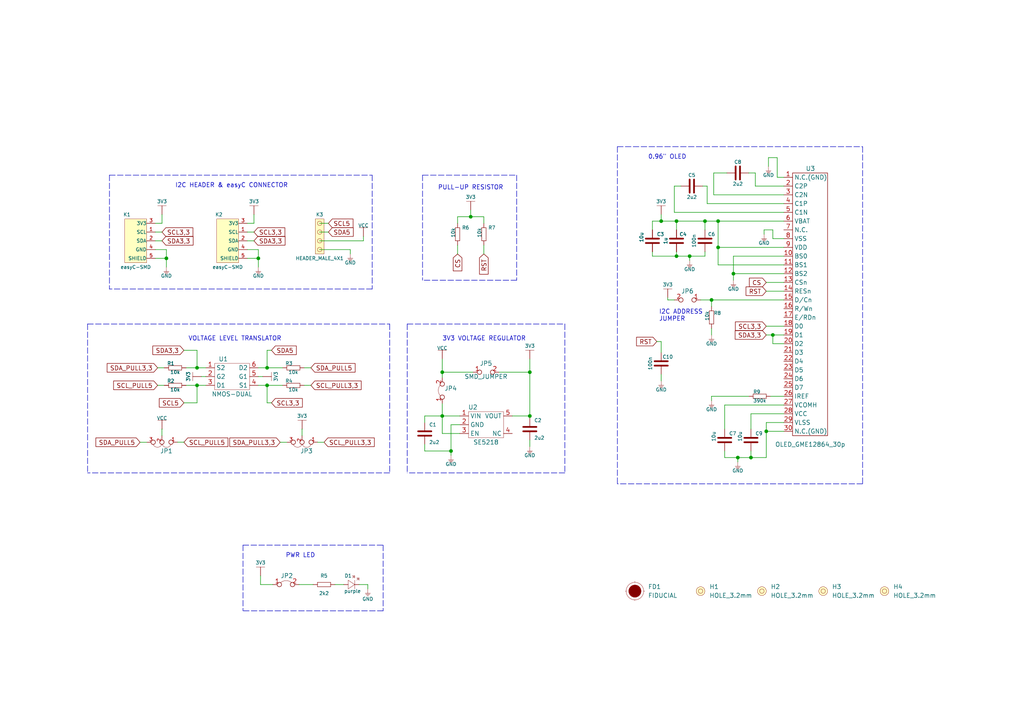
<source format=kicad_sch>
(kicad_sch (version 20211123) (generator eeschema)

  (uuid 7b8cc2f0-7e7f-4d32-9674-90a69f3770de)

  (paper "A4")

  (title_block
    (title "OLED 0.96\"")
    (date "2022-11-25")
    (rev "V1.3.0.")
    (company "SOLDERED")
    (comment 1 "333099")
  )

  (lib_symbols
    (symbol "e-radionica.com schematics:0402LED" (pin_numbers hide) (pin_names (offset 0.254) hide) (in_bom yes) (on_board yes)
      (property "Reference" "D" (id 0) (at -0.635 2.54 0)
        (effects (font (size 1 1)))
      )
      (property "Value" "0402LED" (id 1) (at 0 -2.54 0)
        (effects (font (size 1 1)))
      )
      (property "Footprint" "e-radionica.com footprinti:0402LED" (id 2) (at 0 5.08 0)
        (effects (font (size 1 1)) hide)
      )
      (property "Datasheet" "" (id 3) (at 0 0 0)
        (effects (font (size 1 1)) hide)
      )
      (symbol "0402LED_0_1"
        (polyline
          (pts
            (xy -0.635 1.27)
            (xy 1.27 0)
          )
          (stroke (width 0.0006) (type default) (color 0 0 0 0))
          (fill (type none))
        )
        (polyline
          (pts
            (xy 0.635 1.905)
            (xy 1.27 2.54)
          )
          (stroke (width 0.0006) (type default) (color 0 0 0 0))
          (fill (type none))
        )
        (polyline
          (pts
            (xy 1.27 1.27)
            (xy 1.27 -1.27)
          )
          (stroke (width 0.0006) (type default) (color 0 0 0 0))
          (fill (type none))
        )
        (polyline
          (pts
            (xy 1.905 1.27)
            (xy 2.54 1.905)
          )
          (stroke (width 0.0006) (type default) (color 0 0 0 0))
          (fill (type none))
        )
        (polyline
          (pts
            (xy -0.635 1.27)
            (xy -0.635 -1.27)
            (xy 1.27 0)
          )
          (stroke (width 0.0006) (type default) (color 0 0 0 0))
          (fill (type none))
        )
        (polyline
          (pts
            (xy 1.27 2.54)
            (xy 0.635 2.54)
            (xy 1.27 1.905)
            (xy 1.27 2.54)
          )
          (stroke (width 0.0006) (type default) (color 0 0 0 0))
          (fill (type none))
        )
        (polyline
          (pts
            (xy 2.54 1.905)
            (xy 1.905 1.905)
            (xy 2.54 1.27)
            (xy 2.54 1.905)
          )
          (stroke (width 0.0006) (type default) (color 0 0 0 0))
          (fill (type none))
        )
      )
      (symbol "0402LED_1_1"
        (pin passive line (at -1.905 0 0) (length 1.27)
          (name "A" (effects (font (size 1.27 1.27))))
          (number "1" (effects (font (size 1.27 1.27))))
        )
        (pin passive line (at 2.54 0 180) (length 1.27)
          (name "K" (effects (font (size 1.27 1.27))))
          (number "2" (effects (font (size 1.27 1.27))))
        )
      )
    )
    (symbol "e-radionica.com schematics:0402R" (pin_numbers hide) (pin_names (offset 0.254)) (in_bom yes) (on_board yes)
      (property "Reference" "R" (id 0) (at -1.905 1.27 0)
        (effects (font (size 1 1)))
      )
      (property "Value" "0402R" (id 1) (at 0 -1.27 0)
        (effects (font (size 1 1)))
      )
      (property "Footprint" "e-radionica.com footprinti:0402R" (id 2) (at -2.54 1.905 0)
        (effects (font (size 1 1)) hide)
      )
      (property "Datasheet" "" (id 3) (at -2.54 1.905 0)
        (effects (font (size 1 1)) hide)
      )
      (symbol "0402R_0_1"
        (rectangle (start -1.905 -0.635) (end 1.905 -0.6604)
          (stroke (width 0.1) (type default) (color 0 0 0 0))
          (fill (type none))
        )
        (rectangle (start -1.905 0.635) (end -1.8796 -0.635)
          (stroke (width 0.1) (type default) (color 0 0 0 0))
          (fill (type none))
        )
        (rectangle (start -1.905 0.635) (end 1.905 0.6096)
          (stroke (width 0.1) (type default) (color 0 0 0 0))
          (fill (type none))
        )
        (rectangle (start 1.905 0.635) (end 1.9304 -0.635)
          (stroke (width 0.1) (type default) (color 0 0 0 0))
          (fill (type none))
        )
      )
      (symbol "0402R_1_1"
        (pin passive line (at -3.175 0 0) (length 1.27)
          (name "~" (effects (font (size 1.27 1.27))))
          (number "1" (effects (font (size 1.27 1.27))))
        )
        (pin passive line (at 3.175 0 180) (length 1.27)
          (name "~" (effects (font (size 1.27 1.27))))
          (number "2" (effects (font (size 1.27 1.27))))
        )
      )
    )
    (symbol "e-radionica.com schematics:0603C" (pin_numbers hide) (pin_names (offset 0.002)) (in_bom yes) (on_board yes)
      (property "Reference" "C" (id 0) (at -0.635 3.175 0)
        (effects (font (size 1 1)))
      )
      (property "Value" "0603C" (id 1) (at 0 -3.175 0)
        (effects (font (size 1 1)))
      )
      (property "Footprint" "e-radionica.com footprinti:0603C" (id 2) (at 0 0 0)
        (effects (font (size 1 1)) hide)
      )
      (property "Datasheet" "" (id 3) (at 0 0 0)
        (effects (font (size 1 1)) hide)
      )
      (symbol "0603C_0_1"
        (polyline
          (pts
            (xy -0.635 1.905)
            (xy -0.635 -1.905)
          )
          (stroke (width 0.5) (type default) (color 0 0 0 0))
          (fill (type none))
        )
        (polyline
          (pts
            (xy 0.635 1.905)
            (xy 0.635 -1.905)
          )
          (stroke (width 0.5) (type default) (color 0 0 0 0))
          (fill (type none))
        )
      )
      (symbol "0603C_1_1"
        (pin passive line (at -3.175 0 0) (length 2.54)
          (name "~" (effects (font (size 1.27 1.27))))
          (number "1" (effects (font (size 1.27 1.27))))
        )
        (pin passive line (at 3.175 0 180) (length 2.54)
          (name "~" (effects (font (size 1.27 1.27))))
          (number "2" (effects (font (size 1.27 1.27))))
        )
      )
    )
    (symbol "e-radionica.com schematics:0603R" (pin_numbers hide) (pin_names (offset 0.254)) (in_bom yes) (on_board yes)
      (property "Reference" "R" (id 0) (at -1.905 1.905 0)
        (effects (font (size 1 1)))
      )
      (property "Value" "0603R" (id 1) (at 0 -1.905 0)
        (effects (font (size 1 1)))
      )
      (property "Footprint" "e-radionica.com footprinti:0603R" (id 2) (at -0.635 1.905 0)
        (effects (font (size 1 1)) hide)
      )
      (property "Datasheet" "" (id 3) (at -0.635 1.905 0)
        (effects (font (size 1 1)) hide)
      )
      (symbol "0603R_0_1"
        (rectangle (start -1.905 -0.635) (end 1.905 -0.6604)
          (stroke (width 0.1) (type default) (color 0 0 0 0))
          (fill (type none))
        )
        (rectangle (start -1.905 0.635) (end -1.8796 -0.635)
          (stroke (width 0.1) (type default) (color 0 0 0 0))
          (fill (type none))
        )
        (rectangle (start -1.905 0.635) (end 1.905 0.6096)
          (stroke (width 0.1) (type default) (color 0 0 0 0))
          (fill (type none))
        )
        (rectangle (start 1.905 0.635) (end 1.9304 -0.635)
          (stroke (width 0.1) (type default) (color 0 0 0 0))
          (fill (type none))
        )
      )
      (symbol "0603R_1_1"
        (pin passive line (at -3.175 0 0) (length 1.27)
          (name "~" (effects (font (size 1.27 1.27))))
          (number "1" (effects (font (size 1.27 1.27))))
        )
        (pin passive line (at 3.175 0 180) (length 1.27)
          (name "~" (effects (font (size 1.27 1.27))))
          (number "2" (effects (font (size 1.27 1.27))))
        )
      )
    )
    (symbol "e-radionica.com schematics:1206C" (pin_numbers hide) (in_bom yes) (on_board yes)
      (property "Reference" "C" (id 0) (at -0.635 3.175 0)
        (effects (font (size 1 1)))
      )
      (property "Value" "1206C" (id 1) (at 0 -3.175 0)
        (effects (font (size 1 1)))
      )
      (property "Footprint" "e-radionica.com footprinti:1206C" (id 2) (at 0 0 0)
        (effects (font (size 1 1)) hide)
      )
      (property "Datasheet" "" (id 3) (at 0 0 0)
        (effects (font (size 1 1)) hide)
      )
      (symbol "1206C_0_1"
        (polyline
          (pts
            (xy -0.635 1.905)
            (xy -0.635 -1.905)
          )
          (stroke (width 0.5) (type default) (color 0 0 0 0))
          (fill (type none))
        )
        (polyline
          (pts
            (xy 0.635 1.905)
            (xy 0.635 -1.905)
          )
          (stroke (width 0.5) (type default) (color 0 0 0 0))
          (fill (type none))
        )
      )
      (symbol "1206C_1_1"
        (pin passive line (at -3.175 0 0) (length 2.54)
          (name "~" (effects (font (size 1.27 1.27))))
          (number "1" (effects (font (size 1.27 1.27))))
        )
        (pin passive line (at 3.175 0 180) (length 2.54)
          (name "~" (effects (font (size 1.27 1.27))))
          (number "2" (effects (font (size 1.27 1.27))))
        )
      )
    )
    (symbol "e-radionica.com schematics:3V3" (power) (pin_names (offset 0)) (in_bom yes) (on_board yes)
      (property "Reference" "#PWR" (id 0) (at 4.445 0 0)
        (effects (font (size 1 1)) hide)
      )
      (property "Value" "3V3" (id 1) (at 0 3.556 0)
        (effects (font (size 1 1)))
      )
      (property "Footprint" "" (id 2) (at 4.445 3.81 0)
        (effects (font (size 1 1)) hide)
      )
      (property "Datasheet" "" (id 3) (at 4.445 3.81 0)
        (effects (font (size 1 1)) hide)
      )
      (property "ki_keywords" "power-flag" (id 4) (at 0 0 0)
        (effects (font (size 1.27 1.27)) hide)
      )
      (property "ki_description" "Power symbol creates a global label with name \"+3V3\"" (id 5) (at 0 0 0)
        (effects (font (size 1.27 1.27)) hide)
      )
      (symbol "3V3_0_1"
        (polyline
          (pts
            (xy -1.27 2.54)
            (xy 1.27 2.54)
          )
          (stroke (width 0.0006) (type default) (color 0 0 0 0))
          (fill (type none))
        )
        (polyline
          (pts
            (xy 0 0)
            (xy 0 2.54)
          )
          (stroke (width 0) (type default) (color 0 0 0 0))
          (fill (type none))
        )
      )
      (symbol "3V3_1_1"
        (pin power_in line (at 0 0 90) (length 0) hide
          (name "3V3" (effects (font (size 1.27 1.27))))
          (number "1" (effects (font (size 1.27 1.27))))
        )
      )
    )
    (symbol "e-radionica.com schematics:FIDUCIAL" (in_bom no) (on_board yes)
      (property "Reference" "FD" (id 0) (at 0 3.81 0)
        (effects (font (size 1.27 1.27)))
      )
      (property "Value" "FIDUCIAL" (id 1) (at 0 -3.81 0)
        (effects (font (size 1.27 1.27)))
      )
      (property "Footprint" "e-radionica.com footprinti:FIDUCIAL_23" (id 2) (at 0.254 -5.334 0)
        (effects (font (size 1.27 1.27)) hide)
      )
      (property "Datasheet" "" (id 3) (at 0 0 0)
        (effects (font (size 1.27 1.27)) hide)
      )
      (symbol "FIDUCIAL_0_1"
        (polyline
          (pts
            (xy -2.54 0)
            (xy -2.794 0)
          )
          (stroke (width 0.0006) (type default) (color 0 0 0 0))
          (fill (type none))
        )
        (polyline
          (pts
            (xy 0 -2.54)
            (xy 0 -2.794)
          )
          (stroke (width 0.0006) (type default) (color 0 0 0 0))
          (fill (type none))
        )
        (polyline
          (pts
            (xy 0 2.54)
            (xy 0 2.794)
          )
          (stroke (width 0.0006) (type default) (color 0 0 0 0))
          (fill (type none))
        )
        (polyline
          (pts
            (xy 2.54 0)
            (xy 2.794 0)
          )
          (stroke (width 0.0006) (type default) (color 0 0 0 0))
          (fill (type none))
        )
        (circle (center 0 0) (radius 1.7961)
          (stroke (width 0.001) (type default) (color 0 0 0 0))
          (fill (type outline))
        )
        (circle (center 0 0) (radius 2.54)
          (stroke (width 0.0006) (type default) (color 0 0 0 0))
          (fill (type none))
        )
      )
    )
    (symbol "e-radionica.com schematics:GND" (power) (pin_names (offset 0)) (in_bom yes) (on_board yes)
      (property "Reference" "#PWR" (id 0) (at 4.445 0 0)
        (effects (font (size 1 1)) hide)
      )
      (property "Value" "GND" (id 1) (at 0 -2.921 0)
        (effects (font (size 1 1)))
      )
      (property "Footprint" "" (id 2) (at 4.445 3.81 0)
        (effects (font (size 1 1)) hide)
      )
      (property "Datasheet" "" (id 3) (at 4.445 3.81 0)
        (effects (font (size 1 1)) hide)
      )
      (property "ki_keywords" "power-flag" (id 4) (at 0 0 0)
        (effects (font (size 1.27 1.27)) hide)
      )
      (property "ki_description" "Power symbol creates a global label with name \"GND\"" (id 5) (at 0 0 0)
        (effects (font (size 1.27 1.27)) hide)
      )
      (symbol "GND_0_1"
        (polyline
          (pts
            (xy -0.762 -1.27)
            (xy 0.762 -1.27)
          )
          (stroke (width 0.0006) (type default) (color 0 0 0 0))
          (fill (type none))
        )
        (polyline
          (pts
            (xy -0.635 -1.524)
            (xy 0.635 -1.524)
          )
          (stroke (width 0.0006) (type default) (color 0 0 0 0))
          (fill (type none))
        )
        (polyline
          (pts
            (xy -0.381 -1.778)
            (xy 0.381 -1.778)
          )
          (stroke (width 0.0006) (type default) (color 0 0 0 0))
          (fill (type none))
        )
        (polyline
          (pts
            (xy -0.127 -2.032)
            (xy 0.127 -2.032)
          )
          (stroke (width 0.0006) (type default) (color 0 0 0 0))
          (fill (type none))
        )
        (polyline
          (pts
            (xy 0 0)
            (xy 0 -1.27)
          )
          (stroke (width 0.0006) (type default) (color 0 0 0 0))
          (fill (type none))
        )
      )
      (symbol "GND_1_1"
        (pin power_in line (at 0 0 270) (length 0) hide
          (name "GND" (effects (font (size 1.27 1.27))))
          (number "1" (effects (font (size 1.27 1.27))))
        )
      )
    )
    (symbol "e-radionica.com schematics:GND_3" (power) (pin_names (offset 0)) (in_bom yes) (on_board yes)
      (property "Reference" "#PWR" (id 0) (at 4.445 0 0)
        (effects (font (size 1 1)) hide)
      )
      (property "Value" "GND" (id 1) (at 0 -2.921 0)
        (effects (font (size 1 1)))
      )
      (property "Footprint" "" (id 2) (at 4.445 3.81 0)
        (effects (font (size 1 1)) hide)
      )
      (property "Datasheet" "" (id 3) (at 4.445 3.81 0)
        (effects (font (size 1 1)) hide)
      )
      (property "ki_keywords" "power-flag" (id 4) (at 0 0 0)
        (effects (font (size 1.27 1.27)) hide)
      )
      (property "ki_description" "Power symbol creates a global label with name \"+3V3\"" (id 5) (at 0 0 0)
        (effects (font (size 1.27 1.27)) hide)
      )
      (symbol "GND_3_0_1"
        (polyline
          (pts
            (xy -0.762 -1.27)
            (xy 0.762 -1.27)
          )
          (stroke (width 0.0006) (type default) (color 0 0 0 0))
          (fill (type none))
        )
        (polyline
          (pts
            (xy -0.635 -1.524)
            (xy 0.635 -1.524)
          )
          (stroke (width 0.0006) (type default) (color 0 0 0 0))
          (fill (type none))
        )
        (polyline
          (pts
            (xy -0.381 -1.778)
            (xy 0.381 -1.778)
          )
          (stroke (width 0.0006) (type default) (color 0 0 0 0))
          (fill (type none))
        )
        (polyline
          (pts
            (xy -0.127 -2.032)
            (xy 0.127 -2.032)
          )
          (stroke (width 0.0006) (type default) (color 0 0 0 0))
          (fill (type none))
        )
        (polyline
          (pts
            (xy 0 0)
            (xy 0 -1.27)
          )
          (stroke (width 0.0006) (type default) (color 0 0 0 0))
          (fill (type none))
        )
      )
      (symbol "GND_3_1_1"
        (pin power_in line (at 0 0 270) (length 0) hide
          (name "GND" (effects (font (size 1.27 1.27))))
          (number "1" (effects (font (size 1.27 1.27))))
        )
      )
    )
    (symbol "e-radionica.com schematics:HEADER_MALE_4X1" (pin_numbers hide) (pin_names hide) (in_bom yes) (on_board yes)
      (property "Reference" "K" (id 0) (at -0.635 7.62 0)
        (effects (font (size 1 1)))
      )
      (property "Value" "HEADER_MALE_4X1" (id 1) (at 0 -5.08 0)
        (effects (font (size 1 1)))
      )
      (property "Footprint" "e-radionica.com footprinti:HEADER_MALE_4X1" (id 2) (at 0 -2.54 0)
        (effects (font (size 1 1)) hide)
      )
      (property "Datasheet" "" (id 3) (at 0 -2.54 0)
        (effects (font (size 1 1)) hide)
      )
      (symbol "HEADER_MALE_4X1_0_1"
        (circle (center 0 -2.54) (radius 0.635)
          (stroke (width 0.0006) (type default) (color 0 0 0 0))
          (fill (type none))
        )
        (circle (center 0 0) (radius 0.635)
          (stroke (width 0.0006) (type default) (color 0 0 0 0))
          (fill (type none))
        )
        (circle (center 0 2.54) (radius 0.635)
          (stroke (width 0.0006) (type default) (color 0 0 0 0))
          (fill (type none))
        )
        (circle (center 0 5.08) (radius 0.635)
          (stroke (width 0.0006) (type default) (color 0 0 0 0))
          (fill (type none))
        )
        (rectangle (start 1.27 -3.81) (end -1.27 6.35)
          (stroke (width 0.001) (type default) (color 0 0 0 0))
          (fill (type background))
        )
      )
      (symbol "HEADER_MALE_4X1_1_1"
        (pin passive line (at 0 -2.54 180) (length 0)
          (name "~" (effects (font (size 1 1))))
          (number "1" (effects (font (size 1 1))))
        )
        (pin passive line (at 0 0 180) (length 0)
          (name "~" (effects (font (size 1 1))))
          (number "2" (effects (font (size 1 1))))
        )
        (pin passive line (at 0 2.54 180) (length 0)
          (name "~" (effects (font (size 1 1))))
          (number "3" (effects (font (size 1 1))))
        )
        (pin passive line (at 0 5.08 180) (length 0)
          (name "~" (effects (font (size 1 1))))
          (number "4" (effects (font (size 1 1))))
        )
      )
    )
    (symbol "e-radionica.com schematics:HOLE_3.2mm" (pin_numbers hide) (pin_names hide) (in_bom yes) (on_board yes)
      (property "Reference" "H" (id 0) (at 0 2.54 0)
        (effects (font (size 1.27 1.27)))
      )
      (property "Value" "HOLE_3.2mm" (id 1) (at 0 -2.54 0)
        (effects (font (size 1.27 1.27)))
      )
      (property "Footprint" "e-radionica.com footprinti:HOLE_3.2mm" (id 2) (at 0 0 0)
        (effects (font (size 1.27 1.27)) hide)
      )
      (property "Datasheet" "" (id 3) (at 0 0 0)
        (effects (font (size 1.27 1.27)) hide)
      )
      (symbol "HOLE_3.2mm_0_1"
        (circle (center 0 0) (radius 0.635)
          (stroke (width 0.0006) (type default) (color 0 0 0 0))
          (fill (type none))
        )
        (circle (center 0 0) (radius 1.27)
          (stroke (width 0.001) (type default) (color 0 0 0 0))
          (fill (type background))
        )
      )
    )
    (symbol "e-radionica.com schematics:NMOS-DUAL" (in_bom yes) (on_board yes)
      (property "Reference" "U" (id 0) (at -3.81 5.08 0)
        (effects (font (size 1.27 1.27)))
      )
      (property "Value" "NMOS-DUAL" (id 1) (at 0 -5.08 0)
        (effects (font (size 1.27 1.27)))
      )
      (property "Footprint" "e-radionica.com footprinti:SOT-363" (id 2) (at 0 -7.62 0)
        (effects (font (size 1.27 1.27)) hide)
      )
      (property "Datasheet" "" (id 3) (at 0 -2.54 0)
        (effects (font (size 1.27 1.27)) hide)
      )
      (symbol "NMOS-DUAL_0_1"
        (rectangle (start -5.08 3.81) (end 5.08 -3.81)
          (stroke (width 0.0006) (type default) (color 0 0 0 0))
          (fill (type none))
        )
      )
      (symbol "NMOS-DUAL_1_1"
        (pin input line (at -7.62 2.54 0) (length 2.54)
          (name "S2" (effects (font (size 1.27 1.27))))
          (number "1" (effects (font (size 1.27 1.27))))
        )
        (pin input line (at -7.62 0 0) (length 2.54)
          (name "G2" (effects (font (size 1.27 1.27))))
          (number "2" (effects (font (size 1.27 1.27))))
        )
        (pin input line (at -7.62 -2.54 0) (length 2.54)
          (name "D1" (effects (font (size 1.27 1.27))))
          (number "3" (effects (font (size 1.27 1.27))))
        )
        (pin input line (at 7.62 -2.54 180) (length 2.54)
          (name "S1" (effects (font (size 1.27 1.27))))
          (number "4" (effects (font (size 1.27 1.27))))
        )
        (pin input line (at 7.62 0 180) (length 2.54)
          (name "G1" (effects (font (size 1.27 1.27))))
          (number "5" (effects (font (size 1.27 1.27))))
        )
        (pin input line (at 7.62 2.54 180) (length 2.54)
          (name "D2" (effects (font (size 1.27 1.27))))
          (number "6" (effects (font (size 1.27 1.27))))
        )
      )
    )
    (symbol "e-radionica.com schematics:OLED_GME12864_30p" (in_bom yes) (on_board yes)
      (property "Reference" "U" (id 0) (at -1.27 39.37 0)
        (effects (font (size 1.27 1.27)))
      )
      (property "Value" "OLED_GME12864_30p" (id 1) (at 0 -39.37 0)
        (effects (font (size 1.27 1.27)))
      )
      (property "Footprint" "e-radionica.com footprinti:OLED_GME128x64_30p" (id 2) (at 5.08 0 0)
        (effects (font (size 1.27 1.27)) hide)
      )
      (property "Datasheet" "" (id 3) (at 5.08 0 0)
        (effects (font (size 1.27 1.27)) hide)
      )
      (property "ki_keywords" "OLED 128x64" (id 4) (at 0 0 0)
        (effects (font (size 1.27 1.27)) hide)
      )
      (property "ki_description" "OLED 30PIN 128x64 0.7mm pitch" (id 5) (at 0 0 0)
        (effects (font (size 1.27 1.27)) hide)
      )
      (symbol "OLED_GME12864_30p_0_1"
        (rectangle (start -5.08 38.1) (end 5.08 -38.1)
          (stroke (width 0.1524) (type default) (color 0 0 0 0))
          (fill (type none))
        )
      )
      (symbol "OLED_GME12864_30p_1_1"
        (pin power_out line (at -7.62 36.83 0) (length 2.54)
          (name "N.C.(GND)" (effects (font (size 1.27 1.27))))
          (number "1" (effects (font (size 1.27 1.27))))
        )
        (pin bidirectional line (at -7.62 13.97 0) (length 2.54)
          (name "BS0" (effects (font (size 1.27 1.27))))
          (number "10" (effects (font (size 1.27 1.27))))
        )
        (pin bidirectional line (at -7.62 11.43 0) (length 2.54)
          (name "BS1" (effects (font (size 1.27 1.27))))
          (number "11" (effects (font (size 1.27 1.27))))
        )
        (pin bidirectional line (at -7.62 8.89 0) (length 2.54)
          (name "BS2" (effects (font (size 1.27 1.27))))
          (number "12" (effects (font (size 1.27 1.27))))
        )
        (pin bidirectional line (at -7.62 6.35 0) (length 2.54)
          (name "CSn" (effects (font (size 1.27 1.27))))
          (number "13" (effects (font (size 1.27 1.27))))
        )
        (pin bidirectional line (at -7.62 3.81 0) (length 2.54)
          (name "RESn" (effects (font (size 1.27 1.27))))
          (number "14" (effects (font (size 1.27 1.27))))
        )
        (pin bidirectional line (at -7.62 1.27 0) (length 2.54)
          (name "D/Cn" (effects (font (size 1.27 1.27))))
          (number "15" (effects (font (size 1.27 1.27))))
        )
        (pin bidirectional line (at -7.62 -1.27 0) (length 2.54)
          (name "R/Wn" (effects (font (size 1.27 1.27))))
          (number "16" (effects (font (size 1.27 1.27))))
        )
        (pin bidirectional line (at -7.62 -3.81 0) (length 2.54)
          (name "E/RDn" (effects (font (size 1.27 1.27))))
          (number "17" (effects (font (size 1.27 1.27))))
        )
        (pin bidirectional line (at -7.62 -6.35 0) (length 2.54)
          (name "D0" (effects (font (size 1.27 1.27))))
          (number "18" (effects (font (size 1.27 1.27))))
        )
        (pin bidirectional line (at -7.62 -8.89 0) (length 2.54)
          (name "D1" (effects (font (size 1.27 1.27))))
          (number "19" (effects (font (size 1.27 1.27))))
        )
        (pin bidirectional line (at -7.62 34.29 0) (length 2.54)
          (name "C2P" (effects (font (size 1.27 1.27))))
          (number "2" (effects (font (size 1.27 1.27))))
        )
        (pin bidirectional line (at -7.62 -11.43 0) (length 2.54)
          (name "D2" (effects (font (size 1.27 1.27))))
          (number "20" (effects (font (size 1.27 1.27))))
        )
        (pin bidirectional line (at -7.62 -13.97 0) (length 2.54)
          (name "D3" (effects (font (size 1.27 1.27))))
          (number "21" (effects (font (size 1.27 1.27))))
        )
        (pin bidirectional line (at -7.62 -16.51 0) (length 2.54)
          (name "D4" (effects (font (size 1.27 1.27))))
          (number "22" (effects (font (size 1.27 1.27))))
        )
        (pin bidirectional line (at -7.62 -19.05 0) (length 2.54)
          (name "D5" (effects (font (size 1.27 1.27))))
          (number "23" (effects (font (size 1.27 1.27))))
        )
        (pin bidirectional line (at -7.62 -21.59 0) (length 2.54)
          (name "D6" (effects (font (size 1.27 1.27))))
          (number "24" (effects (font (size 1.27 1.27))))
        )
        (pin bidirectional line (at -7.62 -24.13 0) (length 2.54)
          (name "D7" (effects (font (size 1.27 1.27))))
          (number "25" (effects (font (size 1.27 1.27))))
        )
        (pin bidirectional line (at -7.62 -26.67 0) (length 2.54)
          (name "IREF" (effects (font (size 1.27 1.27))))
          (number "26" (effects (font (size 1.27 1.27))))
        )
        (pin bidirectional line (at -7.62 -29.21 0) (length 2.54)
          (name "VCOMH" (effects (font (size 1.27 1.27))))
          (number "27" (effects (font (size 1.27 1.27))))
        )
        (pin power_in line (at -7.62 -31.75 0) (length 2.54)
          (name "VCC" (effects (font (size 1.27 1.27))))
          (number "28" (effects (font (size 1.27 1.27))))
        )
        (pin bidirectional line (at -7.62 -34.29 0) (length 2.54)
          (name "VLSS" (effects (font (size 1.27 1.27))))
          (number "29" (effects (font (size 1.27 1.27))))
        )
        (pin bidirectional line (at -7.62 31.75 0) (length 2.54)
          (name "C2N" (effects (font (size 1.27 1.27))))
          (number "3" (effects (font (size 1.27 1.27))))
        )
        (pin power_out line (at -7.62 -36.83 0) (length 2.54)
          (name "N.C.(GND)" (effects (font (size 1.27 1.27))))
          (number "30" (effects (font (size 1.27 1.27))))
        )
        (pin bidirectional line (at -7.62 29.21 0) (length 2.54)
          (name "C1P" (effects (font (size 1.27 1.27))))
          (number "4" (effects (font (size 1.27 1.27))))
        )
        (pin bidirectional line (at -7.62 26.67 0) (length 2.54)
          (name "C1N" (effects (font (size 1.27 1.27))))
          (number "5" (effects (font (size 1.27 1.27))))
        )
        (pin bidirectional line (at -7.62 24.13 0) (length 2.54)
          (name "VBAT" (effects (font (size 1.27 1.27))))
          (number "6" (effects (font (size 1.27 1.27))))
        )
        (pin bidirectional line (at -7.62 21.59 0) (length 2.54)
          (name "N.C." (effects (font (size 1.27 1.27))))
          (number "7" (effects (font (size 1.27 1.27))))
        )
        (pin power_out line (at -7.62 19.05 0) (length 2.54)
          (name "VSS" (effects (font (size 1.27 1.27))))
          (number "8" (effects (font (size 1.27 1.27))))
        )
        (pin power_in line (at -7.62 16.51 0) (length 2.54)
          (name "VDD" (effects (font (size 1.27 1.27))))
          (number "9" (effects (font (size 1.27 1.27))))
        )
      )
    )
    (symbol "e-radionica.com schematics:SE5218" (in_bom yes) (on_board yes)
      (property "Reference" "U" (id 0) (at -3.81 5.08 0)
        (effects (font (size 1.27 1.27)))
      )
      (property "Value" "SE5218" (id 1) (at 0 -5.08 0)
        (effects (font (size 1.27 1.27)))
      )
      (property "Footprint" "e-radionica.com footprinti:SOT-23-5" (id 2) (at 0 0 0)
        (effects (font (size 1.27 1.27)) hide)
      )
      (property "Datasheet" "" (id 3) (at 0 0 0)
        (effects (font (size 1.27 1.27)) hide)
      )
      (symbol "SE5218_0_1"
        (rectangle (start -5.08 3.81) (end 5.08 -3.81)
          (stroke (width 0.0006) (type default) (color 0 0 0 0))
          (fill (type none))
        )
      )
      (symbol "SE5218_1_1"
        (pin power_in line (at -7.62 2.54 0) (length 2.54)
          (name "VIN" (effects (font (size 1.27 1.27))))
          (number "1" (effects (font (size 1.27 1.27))))
        )
        (pin power_in line (at -7.62 0 0) (length 2.54)
          (name "GND" (effects (font (size 1.27 1.27))))
          (number "2" (effects (font (size 1.27 1.27))))
        )
        (pin input line (at -7.62 -2.54 0) (length 2.54)
          (name "EN" (effects (font (size 1.27 1.27))))
          (number "3" (effects (font (size 1.27 1.27))))
        )
        (pin passive line (at 7.62 -2.54 180) (length 2.54)
          (name "NC" (effects (font (size 1.27 1.27))))
          (number "4" (effects (font (size 1.27 1.27))))
        )
        (pin power_out line (at 7.62 2.54 180) (length 2.54)
          (name "VOUT" (effects (font (size 1.27 1.27))))
          (number "5" (effects (font (size 1.27 1.27))))
        )
      )
    )
    (symbol "e-radionica.com schematics:SMD-JUMPER-CONNECTED_TRACE_SLODERMASK" (in_bom yes) (on_board yes)
      (property "Reference" "JP" (id 0) (at 0 3.556 0)
        (effects (font (size 1.27 1.27)))
      )
      (property "Value" "SMD-JUMPER-CONNECTED_TRACE_SLODERMASK" (id 1) (at 0 -2.54 0)
        (effects (font (size 1.27 1.27)))
      )
      (property "Footprint" "e-radionica.com footprinti:SMD-JUMPER-CONNECTED_TRACE_SLODERMASK" (id 2) (at 0 -5.715 0)
        (effects (font (size 1.27 1.27)) hide)
      )
      (property "Datasheet" "" (id 3) (at 0 0 0)
        (effects (font (size 1.27 1.27)) hide)
      )
      (symbol "SMD-JUMPER-CONNECTED_TRACE_SLODERMASK_0_1"
        (arc (start 1.397 0.5842) (mid -0.2077 1.1365) (end -1.8034 0.5588)
          (stroke (width 0.0006) (type default) (color 0 0 0 0))
          (fill (type none))
        )
      )
      (symbol "SMD-JUMPER-CONNECTED_TRACE_SLODERMASK_1_1"
        (pin passive inverted (at -4.064 0 0) (length 2.54)
          (name "" (effects (font (size 1.27 1.27))))
          (number "1" (effects (font (size 1.27 1.27))))
        )
        (pin passive inverted (at 3.556 0 180) (length 2.54)
          (name "" (effects (font (size 1.27 1.27))))
          (number "2" (effects (font (size 1.27 1.27))))
        )
      )
    )
    (symbol "e-radionica.com schematics:SMD_JUMPER" (in_bom yes) (on_board yes)
      (property "Reference" "JP" (id 0) (at 0 1.397 0)
        (effects (font (size 1.27 1.27)))
      )
      (property "Value" "SMD_JUMPER" (id 1) (at 0.508 -3.048 0)
        (effects (font (size 1.27 1.27)))
      )
      (property "Footprint" "e-radionica.com footprinti:SMD_JUMPER" (id 2) (at 0 0 0)
        (effects (font (size 1.27 1.27)) hide)
      )
      (property "Datasheet" "" (id 3) (at 0 0 0)
        (effects (font (size 1.27 1.27)) hide)
      )
      (symbol "SMD_JUMPER_1_1"
        (pin passive inverted (at -3.81 0 0) (length 2.54)
          (name "" (effects (font (size 1.27 1.27))))
          (number "1" (effects (font (size 1.27 1.27))))
        )
        (pin passive inverted (at 3.81 0 180) (length 2.54)
          (name "" (effects (font (size 1.27 1.27))))
          (number "2" (effects (font (size 1.27 1.27))))
        )
      )
    )
    (symbol "e-radionica.com schematics:SMD_JUMPER_3_PAD_TRACE" (in_bom yes) (on_board yes)
      (property "Reference" "JP" (id 0) (at 0.0254 5.461 0)
        (effects (font (size 1.27 1.27)))
      )
      (property "Value" "SMD_JUMPER_3_PAD_TRACE" (id 1) (at 0.3048 -4.572 0)
        (effects (font (size 1.27 1.27)))
      )
      (property "Footprint" "e-radionica.com footprinti:SMD_JUMPER_3_PAD_TRACE" (id 2) (at 0 -1.27 0)
        (effects (font (size 1.27 1.27)) hide)
      )
      (property "Datasheet" "" (id 3) (at 0 0 0)
        (effects (font (size 1.27 1.27)) hide)
      )
      (symbol "SMD_JUMPER_3_PAD_TRACE_0_1"
        (arc (start 0 0.5842) (mid -1.2996 1.472) (end -2.6162 0.6096)
          (stroke (width 0.0006) (type default) (color 0 0 0 0))
          (fill (type none))
        )
        (arc (start 2.5908 0.6604) (mid 1.2796 1.4379) (end 0 0.6096)
          (stroke (width 0.0006) (type default) (color 0 0 0 0))
          (fill (type none))
        )
      )
      (symbol "SMD_JUMPER_3_PAD_TRACE_1_1"
        (pin passive inverted (at -4.5212 -0.0254 0) (length 2.54)
          (name "" (effects (font (size 1 1))))
          (number "1" (effects (font (size 1 1))))
        )
        (pin passive inverted (at 0.0254 -1.9304 90) (length 2.54)
          (name "" (effects (font (size 1 1))))
          (number "2" (effects (font (size 1 1))))
        )
        (pin passive inverted (at 4.4704 0 180) (length 2.54)
          (name "" (effects (font (size 1 1))))
          (number "3" (effects (font (size 1 1))))
        )
      )
    )
    (symbol "e-radionica.com schematics:VCC" (power) (pin_names (offset 0)) (in_bom yes) (on_board yes)
      (property "Reference" "#PWR" (id 0) (at 4.445 0 0)
        (effects (font (size 1 1)) hide)
      )
      (property "Value" "VCC" (id 1) (at 0 3.556 0)
        (effects (font (size 1 1)))
      )
      (property "Footprint" "" (id 2) (at 4.445 3.81 0)
        (effects (font (size 1 1)) hide)
      )
      (property "Datasheet" "" (id 3) (at 4.445 3.81 0)
        (effects (font (size 1 1)) hide)
      )
      (property "ki_keywords" "power-flag" (id 4) (at 0 0 0)
        (effects (font (size 1.27 1.27)) hide)
      )
      (property "ki_description" "Power symbol creates a global label with name \"VCC\"" (id 5) (at 0 0 0)
        (effects (font (size 1.27 1.27)) hide)
      )
      (symbol "VCC_0_1"
        (polyline
          (pts
            (xy -1.27 2.54)
            (xy 1.27 2.54)
          )
          (stroke (width 0.0006) (type default) (color 0 0 0 0))
          (fill (type none))
        )
        (polyline
          (pts
            (xy 0 0)
            (xy 0 2.54)
          )
          (stroke (width 0) (type default) (color 0 0 0 0))
          (fill (type none))
        )
      )
      (symbol "VCC_1_1"
        (pin power_in line (at 0 0 90) (length 0) hide
          (name "VCC" (effects (font (size 1.27 1.27))))
          (number "1" (effects (font (size 1.27 1.27))))
        )
      )
    )
    (symbol "e-radionica.com schematics:easyC-SMD" (pin_names (offset 0.002)) (in_bom yes) (on_board yes)
      (property "Reference" "K" (id 0) (at -2.54 10.16 0)
        (effects (font (size 1 1)))
      )
      (property "Value" "easyC-SMD" (id 1) (at 0 -5.08 0)
        (effects (font (size 1 1)))
      )
      (property "Footprint" "e-radionica.com footprinti:easyC-connector" (id 2) (at 3.175 2.54 0)
        (effects (font (size 1 1)) hide)
      )
      (property "Datasheet" "" (id 3) (at 3.175 2.54 0)
        (effects (font (size 1 1)) hide)
      )
      (symbol "easyC-SMD_0_1"
        (rectangle (start -3.175 8.89) (end 3.175 -3.81)
          (stroke (width 0.001) (type default) (color 0 0 0 0))
          (fill (type background))
        )
      )
      (symbol "easyC-SMD_1_1"
        (pin passive line (at 5.715 5.08 180) (length 2.54)
          (name "SCL" (effects (font (size 1 1))))
          (number "1" (effects (font (size 1 1))))
        )
        (pin passive line (at 5.715 2.54 180) (length 2.54)
          (name "SDA" (effects (font (size 1 1))))
          (number "2" (effects (font (size 1 1))))
        )
        (pin passive line (at 5.715 7.62 180) (length 2.54)
          (name "3V3" (effects (font (size 1 1))))
          (number "3" (effects (font (size 1 1))))
        )
        (pin passive line (at 5.715 0 180) (length 2.54)
          (name "GND" (effects (font (size 1 1))))
          (number "4" (effects (font (size 1 1))))
        )
        (pin passive line (at 5.715 -2.54 180) (length 2.54)
          (name "SHIELD" (effects (font (size 1 1))))
          (number "5" (effects (font (size 1 1))))
        )
      )
    )
  )

  (junction (at 217.805 132.715) (diameter 0.9144) (color 0 0 0 0)
    (uuid 0ce8d3ab-2662-4158-8a2a-18b782908fc5)
  )
  (junction (at 212.725 79.375) (diameter 0.9144) (color 0 0 0 0)
    (uuid 0e8f7fc0-2ef2-4b90-9c15-8a3a601ee459)
  )
  (junction (at 130.81 130.81) (diameter 0.9144) (color 0 0 0 0)
    (uuid 20c315f4-1e4f-49aa-8d61-778a7389df7e)
  )
  (junction (at 191.77 64.135) (diameter 0.9144) (color 0 0 0 0)
    (uuid 27d56953-c620-4d5b-9c1c-e48bc3d9684a)
  )
  (junction (at 222.25 125.095) (diameter 0.9144) (color 0 0 0 0)
    (uuid 29195ea4-8218-44a1-b4bf-466bee0082e4)
  )
  (junction (at 204.47 64.135) (diameter 0.9144) (color 0 0 0 0)
    (uuid 29e058a7-50a3-43e5-81c3-bfee53da08be)
  )
  (junction (at 208.28 71.755) (diameter 0.9144) (color 0 0 0 0)
    (uuid 382ca670-6ae8-4de6-90f9-f241d1337171)
  )
  (junction (at 200.025 74.295) (diameter 0.9144) (color 0 0 0 0)
    (uuid 3fd54105-4b7e-4004-9801-76ec66108a22)
  )
  (junction (at 206.375 86.995) (diameter 0.9144) (color 0 0 0 0)
    (uuid 5cf2db29-f7ab-499a-9907-cdeba64bf0f3)
  )
  (junction (at 196.215 74.295) (diameter 0.9144) (color 0 0 0 0)
    (uuid 6fd4442e-30b3-428b-9306-61418a63d311)
  )
  (junction (at 128.27 120.65) (diameter 0.9144) (color 0 0 0 0)
    (uuid 7a4ce4b3-518a-4819-b8b2-5127b3347c64)
  )
  (junction (at 136.525 62.865) (diameter 0.9144) (color 0 0 0 0)
    (uuid 7e0a03ae-d054-4f76-a131-5c09b8dc1636)
  )
  (junction (at 48.26 74.93) (diameter 0.9144) (color 0 0 0 0)
    (uuid 814763c2-92e5-4a2c-941c-9bbd073f6e87)
  )
  (junction (at 57.15 111.76) (diameter 0.9144) (color 0 0 0 0)
    (uuid 82be7aae-5d06-4178-8c3e-98760c41b054)
  )
  (junction (at 196.215 64.135) (diameter 0.9144) (color 0 0 0 0)
    (uuid 8d0c1d66-35ef-4a53-a28f-436a11b54f42)
  )
  (junction (at 153.67 120.65) (diameter 0.9144) (color 0 0 0 0)
    (uuid 9193c41e-d425-447d-b95c-6986d66ea01c)
  )
  (junction (at 77.47 111.76) (diameter 0.9144) (color 0 0 0 0)
    (uuid a6b7df29-bcf8-46a9-b623-7eaac47f5110)
  )
  (junction (at 128.27 107.95) (diameter 0.9144) (color 0 0 0 0)
    (uuid a9b3f6e4-7a6d-4ae8-ad28-3d8458e0ca1a)
  )
  (junction (at 213.995 132.715) (diameter 0.9144) (color 0 0 0 0)
    (uuid b0906e10-2fbc-4309-a8b4-6fc4cd1a5490)
  )
  (junction (at 224.155 97.155) (diameter 0.9144) (color 0 0 0 0)
    (uuid d0fb0864-e79b-4bdc-8e8e-eed0cabe6d56)
  )
  (junction (at 153.67 107.95) (diameter 0.9144) (color 0 0 0 0)
    (uuid d6fb27cf-362d-4568-967c-a5bf49d5931b)
  )
  (junction (at 77.47 106.68) (diameter 0.9144) (color 0 0 0 0)
    (uuid d9c6d5d2-0b49-49ba-a970-cd2c32f74c54)
  )
  (junction (at 74.93 74.93) (diameter 0.9144) (color 0 0 0 0)
    (uuid e1535036-5d36-405f-bb86-3819621c4f23)
  )
  (junction (at 57.15 106.68) (diameter 0.9144) (color 0 0 0 0)
    (uuid e65b62be-e01b-4688-a999-1d1be370c4ae)
  )
  (junction (at 208.28 64.135) (diameter 0.9144) (color 0 0 0 0)
    (uuid feb26ecb-9193-46ea-a41b-d09305bf0a3e)
  )

  (wire (pts (xy 222.25 122.555) (xy 222.25 125.095))
    (stroke (width 0) (type solid) (color 0 0 0 0))
    (uuid 01174273-784a-4aac-9a8c-fc659dca2557)
  )
  (wire (pts (xy 227.33 122.555) (xy 222.25 122.555))
    (stroke (width 0) (type solid) (color 0 0 0 0))
    (uuid 01174273-784a-4aac-9a8c-fc659dca2558)
  )
  (wire (pts (xy 101.6 72.39) (xy 101.6 73.66))
    (stroke (width 0) (type solid) (color 0 0 0 0))
    (uuid 01cea905-4aea-4d03-8bd4-9d2d6823797e)
  )
  (wire (pts (xy 196.215 64.135) (xy 196.215 66.675))
    (stroke (width 0) (type solid) (color 0 0 0 0))
    (uuid 025fa8d7-e7f6-4294-af02-15cc29529a6e)
  )
  (wire (pts (xy 48.26 72.39) (xy 48.26 74.93))
    (stroke (width 0) (type solid) (color 0 0 0 0))
    (uuid 08326bdf-62a9-41a2-bb1b-50167f883e05)
  )
  (wire (pts (xy 46.9646 126.3396) (xy 46.9646 124.46))
    (stroke (width 0) (type solid) (color 0 0 0 0))
    (uuid 08e96392-5db2-4e6e-a77d-1971de20da92)
  )
  (wire (pts (xy 205.105 53.975) (xy 203.835 53.975))
    (stroke (width 0) (type solid) (color 0 0 0 0))
    (uuid 0a8d5a61-65e5-4d06-93c6-b58727be0546)
  )
  (wire (pts (xy 205.105 59.055) (xy 205.105 53.975))
    (stroke (width 0) (type solid) (color 0 0 0 0))
    (uuid 0a8d5a61-65e5-4d06-93c6-b58727be0547)
  )
  (wire (pts (xy 92.71 69.85) (xy 105.41 69.85))
    (stroke (width 0) (type solid) (color 0 0 0 0))
    (uuid 0aa2994b-9a0e-4f22-8dd2-f3a1c81fe9d7)
  )
  (wire (pts (xy 128.27 104.14) (xy 128.27 107.95))
    (stroke (width 0) (type solid) (color 0 0 0 0))
    (uuid 0ea950d4-69c5-469a-a632-697d74996c1e)
  )
  (wire (pts (xy 153.67 127.635) (xy 153.67 129.54))
    (stroke (width 0) (type solid) (color 0 0 0 0))
    (uuid 0f1de24c-93c9-4b23-80e4-58b7390b7ebb)
  )
  (wire (pts (xy 92.1512 128.2446) (xy 92.1512 128.27))
    (stroke (width 0) (type solid) (color 0 0 0 0))
    (uuid 1044c0aa-0772-4d7c-9930-69104417a6f3)
  )
  (wire (pts (xy 46.99 64.77) (xy 46.99 62.23))
    (stroke (width 0) (type solid) (color 0 0 0 0))
    (uuid 10496706-33e4-419a-8fe7-325339b8ee42)
  )
  (wire (pts (xy 74.93 74.93) (xy 74.93 77.47))
    (stroke (width 0) (type solid) (color 0 0 0 0))
    (uuid 1617bedf-bd73-4106-b897-ca7e1cc27c17)
  )
  (wire (pts (xy 46.9646 124.46) (xy 46.99 124.46))
    (stroke (width 0) (type solid) (color 0 0 0 0))
    (uuid 1651dd5a-84bc-4471-a27e-6341b450c281)
  )
  (wire (pts (xy 222.25 84.455) (xy 227.33 84.455))
    (stroke (width 0) (type solid) (color 0 0 0 0))
    (uuid 17796ffc-ecae-47ab-ad27-29670382f4ae)
  )
  (wire (pts (xy 153.67 107.95) (xy 153.67 120.65))
    (stroke (width 0) (type solid) (color 0 0 0 0))
    (uuid 18d4faf7-4bb1-4660-b1d9-8640d0f0cd43)
  )
  (wire (pts (xy 81.28 128.27) (xy 83.1596 128.27))
    (stroke (width 0) (type solid) (color 0 0 0 0))
    (uuid 192989cb-2a3b-4fae-9ed4-772833d9805c)
  )
  (polyline (pts (xy 179.07 42.545) (xy 179.07 140.335))
    (stroke (width 0) (type dash) (color 0 0 0 0))
    (uuid 19842a9a-4268-468d-bebf-590a36458aed)
  )
  (polyline (pts (xy 179.07 42.545) (xy 250.19 42.545))
    (stroke (width 0) (type dash) (color 0 0 0 0))
    (uuid 19842a9a-4268-468d-bebf-590a36458aee)
  )
  (polyline (pts (xy 250.19 42.545) (xy 250.19 140.335))
    (stroke (width 0) (type dash) (color 0 0 0 0))
    (uuid 19842a9a-4268-468d-bebf-590a36458aef)
  )
  (polyline (pts (xy 250.19 140.335) (xy 179.07 140.335))
    (stroke (width 0) (type dash) (color 0 0 0 0))
    (uuid 19842a9a-4268-468d-bebf-590a36458af0)
  )

  (wire (pts (xy 51.5112 128.2446) (xy 53.34 128.2446))
    (stroke (width 0) (type solid) (color 0 0 0 0))
    (uuid 1b02869b-14cc-488f-825c-b270c009bb11)
  )
  (wire (pts (xy 200.025 74.295) (xy 200.025 75.565))
    (stroke (width 0) (type solid) (color 0 0 0 0))
    (uuid 1d1b655f-a0e3-4000-a38e-bd6547fa2a0b)
  )
  (wire (pts (xy 204.47 73.025) (xy 204.47 74.295))
    (stroke (width 0) (type solid) (color 0 0 0 0))
    (uuid 1d1b655f-a0e3-4000-a38e-bd6547fa2a0c)
  )
  (wire (pts (xy 204.47 74.295) (xy 200.025 74.295))
    (stroke (width 0) (type solid) (color 0 0 0 0))
    (uuid 1d1b655f-a0e3-4000-a38e-bd6547fa2a0d)
  )
  (wire (pts (xy 153.67 107.95) (xy 153.67 104.14))
    (stroke (width 0) (type solid) (color 0 0 0 0))
    (uuid 1eb72a06-1ec2-4b4a-b305-b349ba3e0292)
  )
  (wire (pts (xy 207.01 50.165) (xy 210.82 50.165))
    (stroke (width 0) (type solid) (color 0 0 0 0))
    (uuid 2144d471-a932-42e1-922f-ccc7f03d0afd)
  )
  (wire (pts (xy 207.01 56.515) (xy 207.01 50.165))
    (stroke (width 0) (type solid) (color 0 0 0 0))
    (uuid 2144d471-a932-42e1-922f-ccc7f03d0afe)
  )
  (wire (pts (xy 227.33 56.515) (xy 207.01 56.515))
    (stroke (width 0) (type solid) (color 0 0 0 0))
    (uuid 2144d471-a932-42e1-922f-ccc7f03d0aff)
  )
  (wire (pts (xy 78.74 101.6) (xy 77.47 101.6))
    (stroke (width 0) (type solid) (color 0 0 0 0))
    (uuid 24a518d5-118e-4c44-baa6-1e92cc217508)
  )
  (wire (pts (xy 92.1512 128.27) (xy 93.98 128.27))
    (stroke (width 0) (type solid) (color 0 0 0 0))
    (uuid 27b3a205-dc5f-4a10-9afd-a6212e6a61fc)
  )
  (wire (pts (xy 79.121 169.545) (xy 75.565 169.545))
    (stroke (width 0) (type solid) (color 0 0 0 0))
    (uuid 28686d96-43c0-44e3-9a4f-3a4544dae6c0)
  )
  (wire (pts (xy 128.27 117.094) (xy 128.27 120.65))
    (stroke (width 0) (type solid) (color 0 0 0 0))
    (uuid 2c2fe45d-e516-4f23-b8b2-3cc38b27fba4)
  )
  (wire (pts (xy 74.93 109.22) (xy 76.2 109.22))
    (stroke (width 0) (type solid) (color 0 0 0 0))
    (uuid 2e819e1b-1294-45b9-afbd-3c914620c54b)
  )
  (wire (pts (xy 86.741 169.545) (xy 90.805 169.545))
    (stroke (width 0) (type solid) (color 0 0 0 0))
    (uuid 2ec10cc8-4d36-4cc7-b11f-b9ce8284c87c)
  )
  (wire (pts (xy 153.67 120.65) (xy 153.67 121.285))
    (stroke (width 0) (type solid) (color 0 0 0 0))
    (uuid 2f7163cb-fb3d-4b80-ac2f-5f692fcf384d)
  )
  (wire (pts (xy 77.47 116.84) (xy 77.47 111.76))
    (stroke (width 0) (type solid) (color 0 0 0 0))
    (uuid 2fa5adde-d0f0-44ea-b9f3-eb190917c4b5)
  )
  (wire (pts (xy 206.375 95.25) (xy 206.375 97.155))
    (stroke (width 0) (type solid) (color 0 0 0 0))
    (uuid 300bb69c-b310-4c8d-acf7-0c1b3caea7fa)
  )
  (wire (pts (xy 123.19 122.555) (xy 123.19 120.65))
    (stroke (width 0) (type solid) (color 0 0 0 0))
    (uuid 36211387-2ae7-4196-bf23-2149525e8ddb)
  )
  (wire (pts (xy 57.15 106.68) (xy 59.69 106.68))
    (stroke (width 0) (type solid) (color 0 0 0 0))
    (uuid 373bc336-0885-4ea6-aaee-e409fe6638ab)
  )
  (polyline (pts (xy 70.485 158.115) (xy 111.125 158.115))
    (stroke (width 0) (type dash) (color 0 0 0 0))
    (uuid 38f21ae5-8425-4100-bfed-8c0aa8de15db)
  )

  (wire (pts (xy 105.41 69.85) (xy 105.41 68.58))
    (stroke (width 0) (type solid) (color 0 0 0 0))
    (uuid 3936094c-ad1d-4a5f-a247-d462baab808e)
  )
  (wire (pts (xy 53.975 106.68) (xy 57.15 106.68))
    (stroke (width 0) (type solid) (color 0 0 0 0))
    (uuid 3b22af4b-5c25-4508-8f38-4fc0d1386ac0)
  )
  (wire (pts (xy 74.93 72.39) (xy 74.93 74.93))
    (stroke (width 0) (type solid) (color 0 0 0 0))
    (uuid 439e4490-b674-4c3c-90f6-f90d493be057)
  )
  (wire (pts (xy 210.185 117.475) (xy 210.185 124.46))
    (stroke (width 0) (type solid) (color 0 0 0 0))
    (uuid 44a2fb5f-7b07-45c1-ae36-a8586e5d3bd0)
  )
  (wire (pts (xy 227.33 117.475) (xy 210.185 117.475))
    (stroke (width 0) (type solid) (color 0 0 0 0))
    (uuid 44a2fb5f-7b07-45c1-ae36-a8586e5d3bd1)
  )
  (wire (pts (xy 130.81 123.19) (xy 130.81 130.81))
    (stroke (width 0) (type solid) (color 0 0 0 0))
    (uuid 44f903db-f8c0-462b-b97e-42795f5a886a)
  )
  (polyline (pts (xy 111.125 177.165) (xy 70.485 177.165))
    (stroke (width 0) (type dash) (color 0 0 0 0))
    (uuid 44fbb2e1-77ef-430e-ab36-56e5b3018632)
  )

  (wire (pts (xy 212.725 74.295) (xy 212.725 79.375))
    (stroke (width 0) (type solid) (color 0 0 0 0))
    (uuid 45f68422-6ab2-4d47-b17b-d4871a7a8266)
  )
  (wire (pts (xy 212.725 79.375) (xy 212.725 81.28))
    (stroke (width 0) (type solid) (color 0 0 0 0))
    (uuid 45f68422-6ab2-4d47-b17b-d4871a7a8267)
  )
  (wire (pts (xy 193.675 86.995) (xy 193.675 86.36))
    (stroke (width 0) (type solid) (color 0 0 0 0))
    (uuid 46283991-c151-4b8c-b23e-c1b25bf9665d)
  )
  (wire (pts (xy 195.58 86.995) (xy 193.675 86.995))
    (stroke (width 0) (type solid) (color 0 0 0 0))
    (uuid 46283991-c151-4b8c-b23e-c1b25bf9665e)
  )
  (wire (pts (xy 53.34 128.2446) (xy 53.34 128.27))
    (stroke (width 0) (type solid) (color 0 0 0 0))
    (uuid 48134a2d-81ac-407a-8a21-7289d9c2c95d)
  )
  (wire (pts (xy 213.995 132.715) (xy 213.995 133.985))
    (stroke (width 0) (type solid) (color 0 0 0 0))
    (uuid 4a0c12f5-16f9-451f-9604-a370343789e8)
  )
  (wire (pts (xy 217.805 132.715) (xy 213.995 132.715))
    (stroke (width 0) (type solid) (color 0 0 0 0))
    (uuid 4a0c12f5-16f9-451f-9604-a370343789e9)
  )
  (wire (pts (xy 222.25 125.095) (xy 222.25 132.715))
    (stroke (width 0) (type solid) (color 0 0 0 0))
    (uuid 4a0c12f5-16f9-451f-9604-a370343789ea)
  )
  (wire (pts (xy 222.25 132.715) (xy 217.805 132.715))
    (stroke (width 0) (type solid) (color 0 0 0 0))
    (uuid 4a0c12f5-16f9-451f-9604-a370343789eb)
  )
  (wire (pts (xy 227.33 125.095) (xy 222.25 125.095))
    (stroke (width 0) (type solid) (color 0 0 0 0))
    (uuid 4a0c12f5-16f9-451f-9604-a370343789ec)
  )
  (wire (pts (xy 128.27 107.95) (xy 128.27 109.474))
    (stroke (width 0) (type solid) (color 0 0 0 0))
    (uuid 4cf26a4a-00fa-42b0-90d6-fed318a5b9d4)
  )
  (wire (pts (xy 224.155 97.155) (xy 227.33 97.155))
    (stroke (width 0) (type solid) (color 0 0 0 0))
    (uuid 4da570a1-8bf4-443b-a126-8b4f311ed451)
  )
  (wire (pts (xy 123.19 128.905) (xy 123.19 130.81))
    (stroke (width 0) (type solid) (color 0 0 0 0))
    (uuid 4eeb7faa-5864-4497-8c77-04dd18c6ddb0)
  )
  (wire (pts (xy 71.755 67.31) (xy 73.66 67.31))
    (stroke (width 0) (type solid) (color 0 0 0 0))
    (uuid 538af7ff-9deb-4961-ab05-401326fbba8a)
  )
  (wire (pts (xy 74.93 106.68) (xy 77.47 106.68))
    (stroke (width 0) (type solid) (color 0 0 0 0))
    (uuid 56695954-ed8d-4d91-9be0-e0e87b551b49)
  )
  (wire (pts (xy 148.59 120.65) (xy 153.67 120.65))
    (stroke (width 0) (type solid) (color 0 0 0 0))
    (uuid 57c5b67e-6692-4d5f-9120-53f76bb3d24e)
  )
  (wire (pts (xy 45.085 74.93) (xy 48.26 74.93))
    (stroke (width 0) (type solid) (color 0 0 0 0))
    (uuid 5831898e-1174-48ab-9984-39e41ffa05b1)
  )
  (wire (pts (xy 77.47 101.6) (xy 77.47 106.68))
    (stroke (width 0) (type solid) (color 0 0 0 0))
    (uuid 59f46cf8-ac9c-44a0-b1f8-42ea580b2d5a)
  )
  (polyline (pts (xy 122.555 50.8) (xy 122.555 81.28))
    (stroke (width 0) (type dash) (color 0 0 0 0))
    (uuid 5ae3fa66-1aa2-4273-bd33-9559c0d28669)
  )
  (polyline (pts (xy 122.555 50.8) (xy 149.86 50.8))
    (stroke (width 0) (type dash) (color 0 0 0 0))
    (uuid 5ae3fa66-1aa2-4273-bd33-9559c0d2866a)
  )
  (polyline (pts (xy 149.86 50.8) (xy 149.86 81.28))
    (stroke (width 0) (type dash) (color 0 0 0 0))
    (uuid 5ae3fa66-1aa2-4273-bd33-9559c0d2866b)
  )
  (polyline (pts (xy 149.86 81.28) (xy 122.555 81.28))
    (stroke (width 0) (type dash) (color 0 0 0 0))
    (uuid 5ae3fa66-1aa2-4273-bd33-9559c0d2866c)
  )

  (wire (pts (xy 217.805 130.81) (xy 217.805 132.715))
    (stroke (width 0) (type solid) (color 0 0 0 0))
    (uuid 601afc6f-16d9-4952-b155-cc0a21e82e5d)
  )
  (wire (pts (xy 206.375 86.995) (xy 206.375 88.9))
    (stroke (width 0) (type solid) (color 0 0 0 0))
    (uuid 606dfed6-fd9a-4057-adef-b91a53878041)
  )
  (wire (pts (xy 71.755 72.39) (xy 74.93 72.39))
    (stroke (width 0) (type solid) (color 0 0 0 0))
    (uuid 664455ab-936c-4bb9-b43b-f3d7e7e263f0)
  )
  (wire (pts (xy 77.47 106.68) (xy 81.915 106.68))
    (stroke (width 0) (type solid) (color 0 0 0 0))
    (uuid 66df344e-7986-4d2b-baaa-418e1423d763)
  )
  (wire (pts (xy 204.47 64.135) (xy 204.47 66.675))
    (stroke (width 0) (type solid) (color 0 0 0 0))
    (uuid 6dcd75a3-95d7-4a84-b911-f6f68059663e)
  )
  (wire (pts (xy 57.15 111.76) (xy 59.69 111.76))
    (stroke (width 0) (type solid) (color 0 0 0 0))
    (uuid 709e743d-6fa1-4756-b091-c14151d86d8d)
  )
  (wire (pts (xy 210.185 130.81) (xy 210.185 132.715))
    (stroke (width 0) (type solid) (color 0 0 0 0))
    (uuid 70be9f9a-bbf2-4b29-b22b-74787b8cca09)
  )
  (wire (pts (xy 210.185 132.715) (xy 213.995 132.715))
    (stroke (width 0) (type solid) (color 0 0 0 0))
    (uuid 70be9f9a-bbf2-4b29-b22b-74787b8cca0a)
  )
  (wire (pts (xy 88.265 106.68) (xy 90.17 106.68))
    (stroke (width 0) (type solid) (color 0 0 0 0))
    (uuid 7314fb24-ba59-4a30-a5b3-29f5c985823f)
  )
  (wire (pts (xy 45.085 69.85) (xy 46.99 69.85))
    (stroke (width 0) (type solid) (color 0 0 0 0))
    (uuid 7421e4a1-40ab-4a44-b4b8-26c372d53411)
  )
  (polyline (pts (xy 111.125 158.115) (xy 111.125 177.165))
    (stroke (width 0) (type dash) (color 0 0 0 0))
    (uuid 7515b4ac-8b63-48dc-a82f-1ff8dc961ebb)
  )

  (wire (pts (xy 128.27 125.73) (xy 128.27 120.65))
    (stroke (width 0) (type solid) (color 0 0 0 0))
    (uuid 764e2ba0-b0ad-4bf0-872c-e761db685eb3)
  )
  (wire (pts (xy 223.52 114.935) (xy 227.33 114.935))
    (stroke (width 0) (type solid) (color 0 0 0 0))
    (uuid 7dc8a453-6754-40a1-8e83-e7522a006b6b)
  )
  (wire (pts (xy 132.715 62.865) (xy 136.525 62.865))
    (stroke (width 0) (type solid) (color 0 0 0 0))
    (uuid 830a28cd-6b3f-4092-ad3f-5386d502da78)
  )
  (wire (pts (xy 132.715 64.77) (xy 132.715 62.865))
    (stroke (width 0) (type solid) (color 0 0 0 0))
    (uuid 830a28cd-6b3f-4092-ad3f-5386d502da79)
  )
  (wire (pts (xy 136.525 62.865) (xy 140.335 62.865))
    (stroke (width 0) (type solid) (color 0 0 0 0))
    (uuid 830a28cd-6b3f-4092-ad3f-5386d502da7a)
  )
  (wire (pts (xy 132.715 71.12) (xy 132.715 73.66))
    (stroke (width 0) (type solid) (color 0 0 0 0))
    (uuid 83c95647-eadf-430a-b2c4-f194a4adeb54)
  )
  (wire (pts (xy 71.755 64.77) (xy 73.66 64.77))
    (stroke (width 0) (type solid) (color 0 0 0 0))
    (uuid 83e407b7-53cd-4808-a3c0-90f84a4d7e93)
  )
  (wire (pts (xy 208.28 71.755) (xy 208.28 64.135))
    (stroke (width 0) (type solid) (color 0 0 0 0))
    (uuid 866d99bc-2725-4d5b-a49a-7a26fa889546)
  )
  (wire (pts (xy 227.33 71.755) (xy 208.28 71.755))
    (stroke (width 0) (type solid) (color 0 0 0 0))
    (uuid 866d99bc-2725-4d5b-a49a-7a26fa889547)
  )
  (wire (pts (xy 191.77 99.06) (xy 190.5 99.06))
    (stroke (width 0) (type solid) (color 0 0 0 0))
    (uuid 8712c66c-3264-4b02-bc77-cf78329dc1f0)
  )
  (wire (pts (xy 191.77 102.235) (xy 191.77 99.06))
    (stroke (width 0) (type solid) (color 0 0 0 0))
    (uuid 8712c66c-3264-4b02-bc77-cf78329dc1f1)
  )
  (wire (pts (xy 57.15 101.6) (xy 57.15 106.68))
    (stroke (width 0) (type solid) (color 0 0 0 0))
    (uuid 8f2cfe7b-3fce-46c0-ba81-a76020fc404f)
  )
  (wire (pts (xy 92.71 67.31) (xy 95.25 67.31))
    (stroke (width 0) (type solid) (color 0 0 0 0))
    (uuid 9266bf42-6163-4139-a2c2-5719cf3d8729)
  )
  (wire (pts (xy 71.755 69.85) (xy 73.66 69.85))
    (stroke (width 0) (type solid) (color 0 0 0 0))
    (uuid 944c8228-cf51-46cd-9ca4-98bf063e352b)
  )
  (wire (pts (xy 227.33 61.595) (xy 195.58 61.595))
    (stroke (width 0) (type solid) (color 0 0 0 0))
    (uuid 95691fbe-a956-4dd0-b33d-e637270f3cbb)
  )
  (wire (pts (xy 123.19 130.81) (xy 130.81 130.81))
    (stroke (width 0) (type solid) (color 0 0 0 0))
    (uuid 96a567e2-8247-43e8-acd7-16aa8214dfa0)
  )
  (wire (pts (xy 92.71 64.77) (xy 95.25 64.77))
    (stroke (width 0) (type solid) (color 0 0 0 0))
    (uuid 9794b60d-261e-468b-9876-1c26ae682b7d)
  )
  (wire (pts (xy 219.075 50.165) (xy 217.17 50.165))
    (stroke (width 0) (type solid) (color 0 0 0 0))
    (uuid 9876cd36-f595-45f0-aaa3-a9f3ab27cd35)
  )
  (wire (pts (xy 219.075 53.975) (xy 219.075 50.165))
    (stroke (width 0) (type solid) (color 0 0 0 0))
    (uuid 9876cd36-f595-45f0-aaa3-a9f3ab27cd36)
  )
  (wire (pts (xy 227.33 53.975) (xy 219.075 53.975))
    (stroke (width 0) (type solid) (color 0 0 0 0))
    (uuid 9876cd36-f595-45f0-aaa3-a9f3ab27cd37)
  )
  (wire (pts (xy 53.975 111.76) (xy 57.15 111.76))
    (stroke (width 0) (type solid) (color 0 0 0 0))
    (uuid 9b54e651-5dc3-4180-95e6-09d7f38e2a92)
  )
  (wire (pts (xy 212.725 79.375) (xy 227.33 79.375))
    (stroke (width 0) (type solid) (color 0 0 0 0))
    (uuid 9c3d4d88-449d-4277-b8cf-daced4f193e7)
  )
  (wire (pts (xy 140.335 62.865) (xy 140.335 64.77))
    (stroke (width 0) (type solid) (color 0 0 0 0))
    (uuid 9e13740c-b908-44c6-80ac-8ebdcd008029)
  )
  (wire (pts (xy 53.34 101.6) (xy 57.15 101.6))
    (stroke (width 0) (type solid) (color 0 0 0 0))
    (uuid a040aa8a-a0b3-4f54-94fb-12746f745c86)
  )
  (wire (pts (xy 53.34 116.84) (xy 57.15 116.84))
    (stroke (width 0) (type solid) (color 0 0 0 0))
    (uuid a53d39f1-6ce6-4b27-b710-03ed9597c10d)
  )
  (wire (pts (xy 77.47 111.76) (xy 81.915 111.76))
    (stroke (width 0) (type solid) (color 0 0 0 0))
    (uuid a63dedcb-713b-448a-9414-f422cdebecb5)
  )
  (wire (pts (xy 40.64 128.27) (xy 42.5196 128.27))
    (stroke (width 0) (type solid) (color 0 0 0 0))
    (uuid a702a6ab-2779-46b8-bf43-debaeb745fb9)
  )
  (wire (pts (xy 227.33 59.055) (xy 205.105 59.055))
    (stroke (width 0) (type solid) (color 0 0 0 0))
    (uuid a7270383-d1a6-4456-b8fe-7ef4468ae00a)
  )
  (polyline (pts (xy 31.75 50.8) (xy 31.75 83.82))
    (stroke (width 0) (type dash) (color 0 0 0 0))
    (uuid a8184ed7-8e8c-49f8-bb49-d76d4b6104f2)
  )
  (polyline (pts (xy 31.75 50.8) (xy 107.95 50.8))
    (stroke (width 0) (type dash) (color 0 0 0 0))
    (uuid a8184ed7-8e8c-49f8-bb49-d76d4b6104f3)
  )
  (polyline (pts (xy 107.95 50.8) (xy 107.95 83.82))
    (stroke (width 0) (type dash) (color 0 0 0 0))
    (uuid a8184ed7-8e8c-49f8-bb49-d76d4b6104f4)
  )
  (polyline (pts (xy 107.95 83.82) (xy 31.75 83.82))
    (stroke (width 0) (type dash) (color 0 0 0 0))
    (uuid a8184ed7-8e8c-49f8-bb49-d76d4b6104f5)
  )

  (wire (pts (xy 206.375 114.935) (xy 206.375 116.205))
    (stroke (width 0) (type solid) (color 0 0 0 0))
    (uuid a86a139a-2d5a-4a82-8007-315b26486fb4)
  )
  (wire (pts (xy 217.17 114.935) (xy 206.375 114.935))
    (stroke (width 0) (type solid) (color 0 0 0 0))
    (uuid a86a139a-2d5a-4a82-8007-315b26486fb5)
  )
  (wire (pts (xy 78.74 116.84) (xy 77.47 116.84))
    (stroke (width 0) (type solid) (color 0 0 0 0))
    (uuid a87187e8-6f5d-4d7e-abac-5e8dd876751a)
  )
  (wire (pts (xy 224.155 97.155) (xy 222.25 97.155))
    (stroke (width 0) (type solid) (color 0 0 0 0))
    (uuid aa266e31-58a6-4cd3-bb73-bb944ed10bf3)
  )
  (wire (pts (xy 224.155 99.695) (xy 224.155 97.155))
    (stroke (width 0) (type solid) (color 0 0 0 0))
    (uuid aa266e31-58a6-4cd3-bb73-bb944ed10bf4)
  )
  (wire (pts (xy 227.33 99.695) (xy 224.155 99.695))
    (stroke (width 0) (type solid) (color 0 0 0 0))
    (uuid aa266e31-58a6-4cd3-bb73-bb944ed10bf5)
  )
  (wire (pts (xy 57.15 116.84) (xy 57.15 111.76))
    (stroke (width 0) (type solid) (color 0 0 0 0))
    (uuid ac89fa16-7678-4aa4-b167-9b912838177d)
  )
  (wire (pts (xy 222.25 81.915) (xy 227.33 81.915))
    (stroke (width 0) (type solid) (color 0 0 0 0))
    (uuid ad9af5ae-296d-4994-9d15-6fbfb97aec36)
  )
  (wire (pts (xy 130.81 130.81) (xy 130.81 132.08))
    (stroke (width 0) (type solid) (color 0 0 0 0))
    (uuid adaf62e9-8a58-4ab6-a18b-6ca12e51c85a)
  )
  (wire (pts (xy 140.335 71.12) (xy 140.335 73.66))
    (stroke (width 0) (type solid) (color 0 0 0 0))
    (uuid af1e2ad7-17a9-43d4-8a61-143c84f875cb)
  )
  (wire (pts (xy 203.2 86.995) (xy 206.375 86.995))
    (stroke (width 0) (type solid) (color 0 0 0 0))
    (uuid b1735018-6dbc-476f-876f-5c5c67ec9578)
  )
  (wire (pts (xy 206.375 86.995) (xy 227.33 86.995))
    (stroke (width 0) (type solid) (color 0 0 0 0))
    (uuid b1735018-6dbc-476f-876f-5c5c67ec9579)
  )
  (wire (pts (xy 45.085 67.31) (xy 46.99 67.31))
    (stroke (width 0) (type solid) (color 0 0 0 0))
    (uuid b60ac3bb-56ee-4fd5-b765-d1bce6fabe28)
  )
  (polyline (pts (xy 70.485 158.115) (xy 70.485 177.165))
    (stroke (width 0) (type dash) (color 0 0 0 0))
    (uuid b6963832-cd58-44fd-9906-af20ca178906)
  )

  (wire (pts (xy 48.26 74.93) (xy 48.26 77.47))
    (stroke (width 0) (type solid) (color 0 0 0 0))
    (uuid b79de07a-a834-410b-aa15-6a0eb8502293)
  )
  (wire (pts (xy 97.155 169.545) (xy 99.695 169.545))
    (stroke (width 0) (type solid) (color 0 0 0 0))
    (uuid b9b4f3d0-db2d-4bc2-b6c9-00be1edba433)
  )
  (wire (pts (xy 128.27 107.95) (xy 137.16 107.95))
    (stroke (width 0) (type solid) (color 0 0 0 0))
    (uuid bc2fd9a4-3354-41c2-91e4-6978a7d32b30)
  )
  (wire (pts (xy 191.77 108.585) (xy 191.77 110.49))
    (stroke (width 0) (type solid) (color 0 0 0 0))
    (uuid bd115f52-1f9f-4ad3-901c-4bcf481751e2)
  )
  (wire (pts (xy 74.93 111.76) (xy 77.47 111.76))
    (stroke (width 0) (type solid) (color 0 0 0 0))
    (uuid be9ec683-29e6-462a-a048-639462f9eb69)
  )
  (wire (pts (xy 87.6046 124.46) (xy 87.63 124.46))
    (stroke (width 0) (type solid) (color 0 0 0 0))
    (uuid bf4a2883-fa14-47da-ac70-108358c635a8)
  )
  (wire (pts (xy 45.72 111.76) (xy 47.625 111.76))
    (stroke (width 0) (type solid) (color 0 0 0 0))
    (uuid c825d022-3ffa-43ed-9453-8c9701e6f675)
  )
  (wire (pts (xy 189.23 64.135) (xy 191.77 64.135))
    (stroke (width 0) (type solid) (color 0 0 0 0))
    (uuid c90eb4ea-ca23-4ff0-b8f6-912a7dc7ccef)
  )
  (wire (pts (xy 189.23 66.675) (xy 189.23 64.135))
    (stroke (width 0) (type solid) (color 0 0 0 0))
    (uuid c90eb4ea-ca23-4ff0-b8f6-912a7dc7ccf0)
  )
  (wire (pts (xy 208.28 76.835) (xy 208.28 71.755))
    (stroke (width 0) (type solid) (color 0 0 0 0))
    (uuid cc4bc66b-eda6-43e0-9d8d-dce3b5e17006)
  )
  (wire (pts (xy 227.33 76.835) (xy 208.28 76.835))
    (stroke (width 0) (type solid) (color 0 0 0 0))
    (uuid cc4bc66b-eda6-43e0-9d8d-dce3b5e17007)
  )
  (wire (pts (xy 222.885 45.72) (xy 222.885 48.26))
    (stroke (width 0) (type solid) (color 0 0 0 0))
    (uuid cd75dbbf-9029-40da-9fa8-9d84d2b7eb15)
  )
  (wire (pts (xy 225.425 45.72) (xy 222.885 45.72))
    (stroke (width 0) (type solid) (color 0 0 0 0))
    (uuid cd75dbbf-9029-40da-9fa8-9d84d2b7eb16)
  )
  (wire (pts (xy 225.425 51.435) (xy 225.425 45.72))
    (stroke (width 0) (type solid) (color 0 0 0 0))
    (uuid cd75dbbf-9029-40da-9fa8-9d84d2b7eb17)
  )
  (wire (pts (xy 227.33 51.435) (xy 225.425 51.435))
    (stroke (width 0) (type solid) (color 0 0 0 0))
    (uuid cd75dbbf-9029-40da-9fa8-9d84d2b7eb18)
  )
  (wire (pts (xy 123.19 120.65) (xy 128.27 120.65))
    (stroke (width 0) (type solid) (color 0 0 0 0))
    (uuid cf2bdf31-6eb5-4789-aad6-1befccc62e3d)
  )
  (wire (pts (xy 87.6046 126.3396) (xy 87.6046 124.46))
    (stroke (width 0) (type solid) (color 0 0 0 0))
    (uuid d02cbf83-c903-44d3-9e80-01caee391e74)
  )
  (wire (pts (xy 58.42 109.22) (xy 59.69 109.22))
    (stroke (width 0) (type solid) (color 0 0 0 0))
    (uuid d0f2769b-68aa-4d7b-9e37-895b1e3d8b16)
  )
  (wire (pts (xy 212.725 74.295) (xy 227.33 74.295))
    (stroke (width 0) (type solid) (color 0 0 0 0))
    (uuid d52a4ed3-94d6-40b8-ac59-a592316d7c4a)
  )
  (wire (pts (xy 75.565 169.545) (xy 75.565 167.005))
    (stroke (width 0) (type solid) (color 0 0 0 0))
    (uuid d93ebba5-b090-476a-a9ab-52d72a51cb91)
  )
  (wire (pts (xy 133.35 125.73) (xy 128.27 125.73))
    (stroke (width 0) (type solid) (color 0 0 0 0))
    (uuid d94af60c-19fa-4a87-88e7-e80e189f7c1d)
  )
  (wire (pts (xy 71.755 74.93) (xy 74.93 74.93))
    (stroke (width 0) (type solid) (color 0 0 0 0))
    (uuid d9775c58-cf4f-4fc3-9d4e-e8936318ee21)
  )
  (wire (pts (xy 136.525 60.96) (xy 136.525 62.865))
    (stroke (width 0) (type solid) (color 0 0 0 0))
    (uuid da8b1e8f-36ad-45f8-851d-aee09e46ed68)
  )
  (wire (pts (xy 73.66 64.77) (xy 73.66 62.23))
    (stroke (width 0) (type solid) (color 0 0 0 0))
    (uuid db584494-42d0-42b0-916d-9f04dbec781c)
  )
  (wire (pts (xy 106.68 169.545) (xy 106.68 170.815))
    (stroke (width 0) (type solid) (color 0 0 0 0))
    (uuid db9232a5-f869-4073-aec1-b578aad5e823)
  )
  (wire (pts (xy 133.35 123.19) (xy 130.81 123.19))
    (stroke (width 0) (type solid) (color 0 0 0 0))
    (uuid dea606cf-e4ea-4e8e-a610-a424aa717408)
  )
  (wire (pts (xy 45.72 106.68) (xy 47.625 106.68))
    (stroke (width 0) (type solid) (color 0 0 0 0))
    (uuid e1c91165-aa95-44a5-9630-c3677e48cdc0)
  )
  (wire (pts (xy 106.68 169.545) (xy 104.14 169.545))
    (stroke (width 0) (type solid) (color 0 0 0 0))
    (uuid e24a43ae-c4b4-46c5-b86b-4e7a122ce024)
  )
  (polyline (pts (xy 25.4 93.98) (xy 25.4 137.16))
    (stroke (width 0) (type dash) (color 0 0 0 0))
    (uuid e2e1a34b-41f2-4eb0-826d-69fd1fb3b41b)
  )
  (polyline (pts (xy 25.4 93.98) (xy 113.03 93.98))
    (stroke (width 0) (type dash) (color 0 0 0 0))
    (uuid e2e1a34b-41f2-4eb0-826d-69fd1fb3b41c)
  )
  (polyline (pts (xy 113.03 93.98) (xy 113.03 137.16))
    (stroke (width 0) (type dash) (color 0 0 0 0))
    (uuid e2e1a34b-41f2-4eb0-826d-69fd1fb3b41d)
  )
  (polyline (pts (xy 113.03 137.16) (xy 25.4 137.16))
    (stroke (width 0) (type dash) (color 0 0 0 0))
    (uuid e2e1a34b-41f2-4eb0-826d-69fd1fb3b41e)
  )

  (wire (pts (xy 221.615 66.675) (xy 221.615 67.945))
    (stroke (width 0) (type solid) (color 0 0 0 0))
    (uuid e76f2019-c52b-4584-95f0-72eb9b740c41)
  )
  (wire (pts (xy 224.155 66.675) (xy 221.615 66.675))
    (stroke (width 0) (type solid) (color 0 0 0 0))
    (uuid e76f2019-c52b-4584-95f0-72eb9b740c42)
  )
  (wire (pts (xy 224.155 69.215) (xy 224.155 66.675))
    (stroke (width 0) (type solid) (color 0 0 0 0))
    (uuid e76f2019-c52b-4584-95f0-72eb9b740c43)
  )
  (wire (pts (xy 227.33 69.215) (xy 224.155 69.215))
    (stroke (width 0) (type solid) (color 0 0 0 0))
    (uuid e76f2019-c52b-4584-95f0-72eb9b740c44)
  )
  (wire (pts (xy 144.78 107.95) (xy 153.67 107.95))
    (stroke (width 0) (type solid) (color 0 0 0 0))
    (uuid e8827b45-7e9f-4bad-ba1d-beda02692179)
  )
  (wire (pts (xy 45.085 72.39) (xy 48.26 72.39))
    (stroke (width 0) (type solid) (color 0 0 0 0))
    (uuid ecc12405-7197-4b29-835e-0fdfeca7ad26)
  )
  (wire (pts (xy 92.71 72.39) (xy 101.6 72.39))
    (stroke (width 0) (type solid) (color 0 0 0 0))
    (uuid ecf5716d-0b78-4af7-8e8a-9e7974ac471a)
  )
  (wire (pts (xy 45.085 64.77) (xy 46.99 64.77))
    (stroke (width 0) (type solid) (color 0 0 0 0))
    (uuid ee77ad7f-e6ec-46b3-ad60-edd77de5b971)
  )
  (polyline (pts (xy 118.11 93.98) (xy 118.11 137.16))
    (stroke (width 0) (type dash) (color 0 0 0 0))
    (uuid f0582ce2-96a1-4513-b8f0-d036e415150d)
  )
  (polyline (pts (xy 118.11 93.98) (xy 163.83 93.98))
    (stroke (width 0) (type dash) (color 0 0 0 0))
    (uuid f0582ce2-96a1-4513-b8f0-d036e415150e)
  )
  (polyline (pts (xy 163.83 93.98) (xy 163.83 137.16))
    (stroke (width 0) (type dash) (color 0 0 0 0))
    (uuid f0582ce2-96a1-4513-b8f0-d036e415150f)
  )
  (polyline (pts (xy 163.83 137.16) (xy 118.11 137.16))
    (stroke (width 0) (type dash) (color 0 0 0 0))
    (uuid f0582ce2-96a1-4513-b8f0-d036e4151510)
  )

  (wire (pts (xy 189.23 73.025) (xy 189.23 74.295))
    (stroke (width 0) (type solid) (color 0 0 0 0))
    (uuid f05a8098-321d-450c-bb26-592aa521e2d3)
  )
  (wire (pts (xy 189.23 74.295) (xy 196.215 74.295))
    (stroke (width 0) (type solid) (color 0 0 0 0))
    (uuid f05a8098-321d-450c-bb26-592aa521e2d4)
  )
  (wire (pts (xy 196.215 73.025) (xy 196.215 74.295))
    (stroke (width 0) (type solid) (color 0 0 0 0))
    (uuid f36fbd65-c898-43d0-80ea-a65b218937f6)
  )
  (wire (pts (xy 196.215 74.295) (xy 200.025 74.295))
    (stroke (width 0) (type solid) (color 0 0 0 0))
    (uuid f36fbd65-c898-43d0-80ea-a65b218937f7)
  )
  (wire (pts (xy 191.77 62.23) (xy 191.77 64.135))
    (stroke (width 0) (type solid) (color 0 0 0 0))
    (uuid f3b2edd2-d8ba-4d74-a235-c57ef7c8295f)
  )
  (wire (pts (xy 191.77 64.135) (xy 196.215 64.135))
    (stroke (width 0) (type solid) (color 0 0 0 0))
    (uuid f3b2edd2-d8ba-4d74-a235-c57ef7c82960)
  )
  (wire (pts (xy 196.215 64.135) (xy 204.47 64.135))
    (stroke (width 0) (type solid) (color 0 0 0 0))
    (uuid f3b2edd2-d8ba-4d74-a235-c57ef7c82961)
  )
  (wire (pts (xy 204.47 64.135) (xy 208.28 64.135))
    (stroke (width 0) (type solid) (color 0 0 0 0))
    (uuid f3b2edd2-d8ba-4d74-a235-c57ef7c82962)
  )
  (wire (pts (xy 208.28 64.135) (xy 227.33 64.135))
    (stroke (width 0) (type solid) (color 0 0 0 0))
    (uuid f3b2edd2-d8ba-4d74-a235-c57ef7c82963)
  )
  (wire (pts (xy 133.35 120.65) (xy 128.27 120.65))
    (stroke (width 0) (type solid) (color 0 0 0 0))
    (uuid f7ff0a44-8c30-4e50-90e5-717a460969fc)
  )
  (wire (pts (xy 195.58 53.975) (xy 197.485 53.975))
    (stroke (width 0) (type solid) (color 0 0 0 0))
    (uuid f883b22f-d60c-44d2-ac27-ea7b2906c3ed)
  )
  (wire (pts (xy 195.58 61.595) (xy 195.58 53.975))
    (stroke (width 0) (type solid) (color 0 0 0 0))
    (uuid f883b22f-d60c-44d2-ac27-ea7b2906c3ee)
  )
  (wire (pts (xy 217.805 120.015) (xy 217.805 124.46))
    (stroke (width 0) (type solid) (color 0 0 0 0))
    (uuid fd9496b6-8a8d-463b-907f-e0f986b864f9)
  )
  (wire (pts (xy 227.33 120.015) (xy 217.805 120.015))
    (stroke (width 0) (type solid) (color 0 0 0 0))
    (uuid fd9496b6-8a8d-463b-907f-e0f986b864fa)
  )
  (wire (pts (xy 222.25 94.615) (xy 227.33 94.615))
    (stroke (width 0) (type solid) (color 0 0 0 0))
    (uuid fe0d58e0-c26d-4ff2-a7be-d19d35ac011d)
  )
  (wire (pts (xy 88.265 111.76) (xy 90.17 111.76))
    (stroke (width 0) (type solid) (color 0 0 0 0))
    (uuid ff6df5c4-9ea4-478c-bde8-09a89fa28b06)
  )

  (text "0.96\" OLED " (at 187.96 46.355 0)
    (effects (font (size 1.27 1.27)) (justify left bottom))
    (uuid 07f0f4a0-521a-4223-bc6f-3212e7508f13)
  )
  (text "3V3 VOLTAGE REGULATOR" (at 128.27 99.06 0)
    (effects (font (size 1.27 1.27)) (justify left bottom))
    (uuid 089ab58f-64c4-4cc9-997e-e8995f5cc131)
  )
  (text "I2C ADDRESS\nJUMPER" (at 191.135 93.345 0)
    (effects (font (size 1.27 1.27)) (justify left bottom))
    (uuid 1d216599-3b91-44e3-a85c-e95ebf9bf888)
  )
  (text "I2C HEADER & easyC CONNECTOR" (at 50.8 54.61 0)
    (effects (font (size 1.27 1.27)) (justify left bottom))
    (uuid 87da7d06-60e0-4802-8fc6-58d934e783ed)
  )
  (text "PULL-UP RESISTOR" (at 127 55.245 0)
    (effects (font (size 1.27 1.27)) (justify left bottom))
    (uuid b4ef2b0c-cf08-44c6-8aa3-807d3c6d608a)
  )
  (text "VOLTAGE LEVEL TRANSLATOR" (at 54.61 99.06 0)
    (effects (font (size 1.27 1.27)) (justify left bottom))
    (uuid cd7caf8f-76a8-4bef-abe5-d97f3c78a1f2)
  )
  (text "PWR LED" (at 91.44 161.925 180)
    (effects (font (size 1.27 1.27)) (justify right bottom))
    (uuid cf9a4af0-4107-47dd-a843-fd6870887e3b)
  )

  (global_label "SCL_PULL3,3" (shape input) (at 90.17 111.76 0)
    (effects (font (size 1.27 1.27)) (justify left))
    (uuid 0689c9d4-372b-4a59-957c-0ec8b4130734)
    (property "Intersheet References" "${INTERSHEET_REFS}" (id 0) (at 106.2628 111.6806 0)
      (effects (font (size 1.27 1.27)) (justify left) hide)
    )
  )
  (global_label "SDA5" (shape input) (at 78.74 101.6 0)
    (effects (font (size 1.27 1.27)) (justify left))
    (uuid 26e6aaf7-7ad3-445c-a613-0f1431af97d1)
    (property "Intersheet References" "${INTERSHEET_REFS}" (id 0) (at 87.4547 101.6794 0)
      (effects (font (size 1.27 1.27)) (justify left) hide)
    )
  )
  (global_label "SCL3,3" (shape input) (at 222.25 94.615 180)
    (effects (font (size 1.27 1.27)) (justify right))
    (uuid 2b473bd0-b102-41ad-85b4-2975d817d5ff)
    (property "Intersheet References" "${INTERSHEET_REFS}" (id 0) (at 211.7815 94.6944 0)
      (effects (font (size 1.27 1.27)) (justify right) hide)
    )
  )
  (global_label "SDA3,3" (shape input) (at 46.99 69.85 0)
    (effects (font (size 1.27 1.27)) (justify left))
    (uuid 2c131f00-141e-4444-87e7-890f6f35e593)
    (property "Intersheet References" "${INTERSHEET_REFS}" (id 0) (at 57.519 69.9294 0)
      (effects (font (size 1.27 1.27)) (justify left) hide)
    )
  )
  (global_label "SDA_PULL3,3" (shape input) (at 45.72 106.68 180)
    (effects (font (size 1.27 1.27)) (justify right))
    (uuid 32eaa732-250f-4f89-8d98-d4aa7d81c2fc)
    (property "Intersheet References" "${INTERSHEET_REFS}" (id 0) (at 29.5667 106.6006 0)
      (effects (font (size 1.27 1.27)) (justify right) hide)
    )
  )
  (global_label "SDA3,3" (shape input) (at 73.66 69.85 0)
    (effects (font (size 1.27 1.27)) (justify left))
    (uuid 39117a84-0075-46bb-b81b-78ec10ca628e)
    (property "Intersheet References" "${INTERSHEET_REFS}" (id 0) (at 84.189 69.9294 0)
      (effects (font (size 1.27 1.27)) (justify left) hide)
    )
  )
  (global_label "CS" (shape input) (at 132.715 73.66 270) (fields_autoplaced)
    (effects (font (size 1.27 1.27)) (justify right))
    (uuid 551d78bb-cbff-4eca-9a2d-762980cc6f6a)
    (property "Intersheet References" "${INTERSHEET_REFS}" (id 0) (at 132.6356 78.5526 90)
      (effects (font (size 1.27 1.27)) (justify right) hide)
    )
  )
  (global_label "SCL_PULL5" (shape input) (at 53.34 128.27 0)
    (effects (font (size 1.27 1.27)) (justify left))
    (uuid 55e75393-9f6a-44c7-9907-7e7c4073689c)
    (property "Intersheet References" "${INTERSHEET_REFS}" (id 0) (at 67.6185 128.1906 0)
      (effects (font (size 1.27 1.27)) (justify left) hide)
    )
  )
  (global_label "SCL_PULL5" (shape input) (at 45.72 111.76 180)
    (effects (font (size 1.27 1.27)) (justify right))
    (uuid 5de6db63-a98a-47ee-8df7-7b0ab2a73c07)
    (property "Intersheet References" "${INTERSHEET_REFS}" (id 0) (at 31.4415 111.8394 0)
      (effects (font (size 1.27 1.27)) (justify right) hide)
    )
  )
  (global_label "RST" (shape input) (at 222.25 84.455 180) (fields_autoplaced)
    (effects (font (size 1.27 1.27)) (justify right))
    (uuid 6132681e-2982-4539-aee0-18352e0e61eb)
    (property "Intersheet References" "${INTERSHEET_REFS}" (id 0) (at 216.3898 84.3756 0)
      (effects (font (size 1.27 1.27)) (justify right) hide)
    )
  )
  (global_label "SCL5" (shape input) (at 53.34 116.84 180)
    (effects (font (size 1.27 1.27)) (justify right))
    (uuid 738bc155-47c7-4adb-810d-0634062de7d4)
    (property "Intersheet References" "${INTERSHEET_REFS}" (id 0) (at 44.6858 116.9194 0)
      (effects (font (size 1.27 1.27)) (justify right) hide)
    )
  )
  (global_label "SDA3,3" (shape input) (at 222.25 97.155 180)
    (effects (font (size 1.27 1.27)) (justify right))
    (uuid 7c7cffb6-27c2-4752-909b-8e9aa6fe13ea)
    (property "Intersheet References" "${INTERSHEET_REFS}" (id 0) (at 211.721 97.0756 0)
      (effects (font (size 1.27 1.27)) (justify right) hide)
    )
  )
  (global_label "SDA_PULL3,3" (shape input) (at 81.28 128.27 180)
    (effects (font (size 1.27 1.27)) (justify right))
    (uuid 7f617637-6e7d-4b7f-a53c-6ae083e8deeb)
    (property "Intersheet References" "${INTERSHEET_REFS}" (id 0) (at 65.1267 128.1906 0)
      (effects (font (size 1.27 1.27)) (justify right) hide)
    )
  )
  (global_label "SCL3,3" (shape input) (at 73.66 67.31 0)
    (effects (font (size 1.27 1.27)) (justify left))
    (uuid 83613912-333e-4150-b3b8-738ea9442100)
    (property "Intersheet References" "${INTERSHEET_REFS}" (id 0) (at 84.1285 67.2306 0)
      (effects (font (size 1.27 1.27)) (justify left) hide)
    )
  )
  (global_label "SDA3,3" (shape input) (at 53.34 101.6 180)
    (effects (font (size 1.27 1.27)) (justify right))
    (uuid 87056364-a2c0-40a7-b73b-39237872c948)
    (property "Intersheet References" "${INTERSHEET_REFS}" (id 0) (at 42.811 101.5206 0)
      (effects (font (size 1.27 1.27)) (justify right) hide)
    )
  )
  (global_label "SDA_PULL5" (shape input) (at 40.64 128.27 180)
    (effects (font (size 1.27 1.27)) (justify right))
    (uuid 8d57c981-9c5e-402f-bdce-1691e51baa32)
    (property "Intersheet References" "${INTERSHEET_REFS}" (id 0) (at 26.301 128.1906 0)
      (effects (font (size 1.27 1.27)) (justify right) hide)
    )
  )
  (global_label "RST" (shape input) (at 190.5 99.06 180) (fields_autoplaced)
    (effects (font (size 1.27 1.27)) (justify right))
    (uuid 8f15c0c7-724a-4724-b8e6-dfddd88359dc)
    (property "Intersheet References" "${INTERSHEET_REFS}" (id 0) (at 184.6398 98.9806 0)
      (effects (font (size 1.27 1.27)) (justify right) hide)
    )
  )
  (global_label "CS" (shape input) (at 222.25 81.915 180) (fields_autoplaced)
    (effects (font (size 1.27 1.27)) (justify right))
    (uuid 90a8123c-dfec-4e96-9809-1e08dc97c4a3)
    (property "Intersheet References" "${INTERSHEET_REFS}" (id 0) (at 217.3574 81.8356 0)
      (effects (font (size 1.27 1.27)) (justify right) hide)
    )
  )
  (global_label "RST" (shape input) (at 140.335 73.66 270) (fields_autoplaced)
    (effects (font (size 1.27 1.27)) (justify right))
    (uuid 90b0c273-96fe-4826-9c71-bc7737448f93)
    (property "Intersheet References" "${INTERSHEET_REFS}" (id 0) (at 140.2556 79.5202 90)
      (effects (font (size 1.27 1.27)) (justify right) hide)
    )
  )
  (global_label "SDA5" (shape input) (at 95.25 67.31 0)
    (effects (font (size 1.27 1.27)) (justify left))
    (uuid d0d810b4-927f-4b17-be06-66cd24693126)
    (property "Intersheet References" "${INTERSHEET_REFS}" (id 0) (at 103.9647 67.3894 0)
      (effects (font (size 1.27 1.27)) (justify left) hide)
    )
  )
  (global_label "SCL3,3" (shape input) (at 78.74 116.84 0)
    (effects (font (size 1.27 1.27)) (justify left))
    (uuid d8d85f4b-a5c0-4d16-ad33-a19d63844a12)
    (property "Intersheet References" "${INTERSHEET_REFS}" (id 0) (at 89.2085 116.7606 0)
      (effects (font (size 1.27 1.27)) (justify left) hide)
    )
  )
  (global_label "SCL5" (shape input) (at 95.25 64.77 0)
    (effects (font (size 1.27 1.27)) (justify left))
    (uuid dfea2439-f373-4b1f-9c2d-8e88b3032c2d)
    (property "Intersheet References" "${INTERSHEET_REFS}" (id 0) (at 103.9042 64.6906 0)
      (effects (font (size 1.27 1.27)) (justify left) hide)
    )
  )
  (global_label "SCL_PULL3,3" (shape input) (at 93.98 128.27 0)
    (effects (font (size 1.27 1.27)) (justify left))
    (uuid e02c03ea-b99f-4b60-b811-bfca072d1545)
    (property "Intersheet References" "${INTERSHEET_REFS}" (id 0) (at 110.0728 128.1906 0)
      (effects (font (size 1.27 1.27)) (justify left) hide)
    )
  )
  (global_label "SDA_PULL5" (shape input) (at 90.17 106.68 0)
    (effects (font (size 1.27 1.27)) (justify left))
    (uuid eabfb5c8-322e-4fa1-b102-fff847cf2923)
    (property "Intersheet References" "${INTERSHEET_REFS}" (id 0) (at 104.509 106.7594 0)
      (effects (font (size 1.27 1.27)) (justify left) hide)
    )
  )
  (global_label "SCL3,3" (shape input) (at 46.99 67.31 0)
    (effects (font (size 1.27 1.27)) (justify left))
    (uuid f1f6c72e-8327-4528-83ce-f0942c85b544)
    (property "Intersheet References" "${INTERSHEET_REFS}" (id 0) (at 57.4585 67.2306 0)
      (effects (font (size 1.27 1.27)) (justify left) hide)
    )
  )

  (symbol (lib_id "e-radionica.com schematics:VCC") (at 105.41 68.58 0) (unit 1)
    (in_bom yes) (on_board yes)
    (uuid 059cf2ec-6baf-4261-a781-b14a41db0059)
    (property "Reference" "#PWR011" (id 0) (at 109.855 68.58 0)
      (effects (font (size 1 1)) hide)
    )
    (property "Value" "VCC" (id 1) (at 105.41 65.405 0)
      (effects (font (size 1 1)))
    )
    (property "Footprint" "" (id 2) (at 109.855 64.77 0)
      (effects (font (size 1 1)) hide)
    )
    (property "Datasheet" "" (id 3) (at 109.855 64.77 0)
      (effects (font (size 1 1)) hide)
    )
    (pin "1" (uuid 3ddd4d4f-801f-4713-8930-be04ffdd2a8c))
  )

  (symbol (lib_id "e-radionica.com schematics:HOLE_3.2mm") (at 220.98 171.45 0) (unit 1)
    (in_bom yes) (on_board yes) (fields_autoplaced)
    (uuid 07a7f882-356d-4933-bd64-fbca461b5aa8)
    (property "Reference" "H2" (id 0) (at 223.52 170.1799 0)
      (effects (font (size 1.27 1.27)) (justify left))
    )
    (property "Value" "HOLE_3.2mm" (id 1) (at 223.52 172.7199 0)
      (effects (font (size 1.27 1.27)) (justify left))
    )
    (property "Footprint" "e-radionica.com footprinti:HOLE_3.2mm" (id 2) (at 220.98 171.45 0)
      (effects (font (size 1.27 1.27)) hide)
    )
    (property "Datasheet" "" (id 3) (at 220.98 171.45 0)
      (effects (font (size 1.27 1.27)) hide)
    )
  )

  (symbol (lib_id "e-radionica.com schematics:GND") (at 191.77 110.49 0) (unit 1)
    (in_bom yes) (on_board yes)
    (uuid 098f491b-a1fe-414d-bd70-2d94e9d06c72)
    (property "Reference" "#PWR0102" (id 0) (at 196.215 110.49 0)
      (effects (font (size 1 1)) hide)
    )
    (property "Value" "GND" (id 1) (at 191.77 113.03 0)
      (effects (font (size 1 1)))
    )
    (property "Footprint" "" (id 2) (at 196.215 106.68 0)
      (effects (font (size 1 1)) hide)
    )
    (property "Datasheet" "" (id 3) (at 196.215 106.68 0)
      (effects (font (size 1 1)) hide)
    )
    (pin "1" (uuid c3d03602-2333-4749-943e-d0da476fae6c))
  )

  (symbol (lib_id "e-radionica.com schematics:0603R") (at 50.8 106.68 0) (unit 1)
    (in_bom yes) (on_board yes)
    (uuid 15fd296e-8051-43fe-ae4a-10b8d1ce90df)
    (property "Reference" "R1" (id 0) (at 49.53 105.41 0)
      (effects (font (size 1 1)))
    )
    (property "Value" "10k" (id 1) (at 50.8 107.95 0)
      (effects (font (size 1 1)))
    )
    (property "Footprint" "e-radionica.com footprinti:0603R" (id 2) (at 50.165 104.775 0)
      (effects (font (size 1 1)) hide)
    )
    (property "Datasheet" "" (id 3) (at 50.165 104.775 0)
      (effects (font (size 1 1)) hide)
    )
    (pin "1" (uuid b2b98bea-f6bd-41bf-9ef5-dd0b47c0ae25))
    (pin "2" (uuid acfa3561-0f6d-4687-ad99-d5def0c1eaf1))
  )

  (symbol (lib_id "e-radionica.com schematics:SMD-JUMPER-CONNECTED_TRACE_SLODERMASK") (at 83.185 169.545 0) (unit 1)
    (in_bom yes) (on_board yes)
    (uuid 16444b99-9914-4022-ab09-77150bcd4ec7)
    (property "Reference" "JP2" (id 0) (at 83.185 167.005 0))
    (property "Value" "SMD-JUMPER-CONNECTED_TRACE_SLODERMASK" (id 1) (at 83.185 165.735 0)
      (effects (font (size 1.27 1.27)) hide)
    )
    (property "Footprint" "e-radionica.com footprinti:SMD-JUMPER-CONNECTED_TRACE_SLODERMASK" (id 2) (at 83.185 175.26 0)
      (effects (font (size 1.27 1.27)) hide)
    )
    (property "Datasheet" "" (id 3) (at 83.185 169.545 0)
      (effects (font (size 1.27 1.27)) hide)
    )
    (pin "1" (uuid df5c73e6-df1b-4e6d-98fa-b4ae50c208fa))
    (pin "2" (uuid d6e6a597-0f8a-4590-b407-a46a36aa0e58))
  )

  (symbol (lib_id "e-radionica.com schematics:3V3") (at 75.565 167.005 0) (unit 1)
    (in_bom yes) (on_board yes)
    (uuid 1aaed023-8e5d-4e0a-a9fa-f93b2289b608)
    (property "Reference" "#PWR07" (id 0) (at 80.01 167.005 0)
      (effects (font (size 1 1)) hide)
    )
    (property "Value" "3V3" (id 1) (at 75.565 163.195 0)
      (effects (font (size 1 1)))
    )
    (property "Footprint" "" (id 2) (at 80.01 163.195 0)
      (effects (font (size 1 1)) hide)
    )
    (property "Datasheet" "" (id 3) (at 80.01 163.195 0)
      (effects (font (size 1 1)) hide)
    )
    (pin "1" (uuid 4a0d222b-f3e2-47ba-9676-848066d17905))
  )

  (symbol (lib_id "e-radionica.com schematics:1206C") (at 210.185 127.635 270) (unit 1)
    (in_bom yes) (on_board yes)
    (uuid 1b751e7d-f3bf-4dab-9bf5-8d3206e1d6b2)
    (property "Reference" "C7" (id 0) (at 211.455 125.73 90)
      (effects (font (size 1 1)) (justify left))
    )
    (property "Value" "10u" (id 1) (at 207.01 125.095 0)
      (effects (font (size 1 1)) (justify left))
    )
    (property "Footprint" "e-radionica.com footprinti:1206C" (id 2) (at 210.185 127.635 0)
      (effects (font (size 1 1)) hide)
    )
    (property "Datasheet" "" (id 3) (at 210.185 127.635 0)
      (effects (font (size 1 1)) hide)
    )
    (pin "1" (uuid 6a26aef2-374a-4195-9846-9b96ba8ee064))
    (pin "2" (uuid 2ad2741b-b759-4564-a3df-7193436b2d03))
  )

  (symbol (lib_id "e-radionica.com schematics:FIDUCIAL") (at 184.15 171.45 0) (unit 1)
    (in_bom no) (on_board yes) (fields_autoplaced)
    (uuid 1d468ea0-370c-4c33-b0ac-6285dec81cff)
    (property "Reference" "FD1" (id 0) (at 187.96 170.1799 0)
      (effects (font (size 1.27 1.27)) (justify left))
    )
    (property "Value" "FIDUCIAL" (id 1) (at 187.96 172.7199 0)
      (effects (font (size 1.27 1.27)) (justify left))
    )
    (property "Footprint" "e-radionica.com footprinti:FIDUCIAL_23" (id 2) (at 184.404 176.784 0)
      (effects (font (size 1.27 1.27)) hide)
    )
    (property "Datasheet" "" (id 3) (at 184.15 171.45 0)
      (effects (font (size 1.27 1.27)) hide)
    )
  )

  (symbol (lib_id "e-radionica.com schematics:3V3") (at 153.67 104.14 0) (unit 1)
    (in_bom yes) (on_board yes)
    (uuid 2181b970-f478-4baf-87dd-2ced50545566)
    (property "Reference" "#PWR016" (id 0) (at 158.115 104.14 0)
      (effects (font (size 1 1)) hide)
    )
    (property "Value" "3V3" (id 1) (at 153.67 100.33 0)
      (effects (font (size 1 1)))
    )
    (property "Footprint" "" (id 2) (at 158.115 100.33 0)
      (effects (font (size 1 1)) hide)
    )
    (property "Datasheet" "" (id 3) (at 158.115 100.33 0)
      (effects (font (size 1 1)) hide)
    )
    (pin "1" (uuid 2c1bacd0-83fc-48e7-84c8-76be5ec19b9f))
  )

  (symbol (lib_id "e-radionica.com schematics:0603C") (at 213.995 50.165 0) (unit 1)
    (in_bom yes) (on_board yes)
    (uuid 21a0aeb7-7867-4e0f-8219-4cad05565502)
    (property "Reference" "C8" (id 0) (at 213.995 46.99 0)
      (effects (font (size 1 1)))
    )
    (property "Value" "2u2" (id 1) (at 213.995 53.34 0)
      (effects (font (size 1 1)))
    )
    (property "Footprint" "e-radionica.com footprinti:0603C" (id 2) (at 213.995 50.165 0)
      (effects (font (size 1 1)) hide)
    )
    (property "Datasheet" "" (id 3) (at 213.995 50.165 0)
      (effects (font (size 1 1)) hide)
    )
    (pin "1" (uuid de112a8e-f79b-48a9-958b-8dc8c1fb0b2d))
    (pin "2" (uuid 24bc7b9e-47a6-4ef1-9e8f-bd87128bad89))
  )

  (symbol (lib_id "e-radionica.com schematics:VCC") (at 46.99 124.46 0) (unit 1)
    (in_bom yes) (on_board yes)
    (uuid 36abf80e-3314-44ff-91c5-4895dcb5edfe)
    (property "Reference" "#PWR02" (id 0) (at 51.435 124.46 0)
      (effects (font (size 1 1)) hide)
    )
    (property "Value" "VCC" (id 1) (at 46.99 121.285 0)
      (effects (font (size 1 1)))
    )
    (property "Footprint" "" (id 2) (at 51.435 120.65 0)
      (effects (font (size 1 1)) hide)
    )
    (property "Datasheet" "" (id 3) (at 51.435 120.65 0)
      (effects (font (size 1 1)) hide)
    )
    (pin "1" (uuid a06d2c32-8484-4261-a730-db46eecfcbc6))
  )

  (symbol (lib_id "e-radionica.com schematics:1206C") (at 189.23 69.85 270) (unit 1)
    (in_bom yes) (on_board yes)
    (uuid 3fc896e2-5cba-4850-9af8-cc39d0a1a9f9)
    (property "Reference" "C3" (id 0) (at 190.5 67.945 90)
      (effects (font (size 1 1)) (justify left))
    )
    (property "Value" "10u" (id 1) (at 186.055 67.31 0)
      (effects (font (size 1 1)) (justify left))
    )
    (property "Footprint" "e-radionica.com footprinti:1206C" (id 2) (at 189.23 69.85 0)
      (effects (font (size 1 1)) hide)
    )
    (property "Datasheet" "" (id 3) (at 189.23 69.85 0)
      (effects (font (size 1 1)) hide)
    )
    (pin "1" (uuid 7fc21a85-6599-4876-becb-732e0d6f3043))
    (pin "2" (uuid 67fdce4f-733a-4159-ae75-5f2e1575a59b))
  )

  (symbol (lib_id "e-radionica.com schematics:3V3") (at 76.2 109.22 270) (unit 1)
    (in_bom yes) (on_board yes)
    (uuid 4068b31a-1cde-4d39-acd4-c79c5dfe200f)
    (property "Reference" "#PWR08" (id 0) (at 76.2 113.665 0)
      (effects (font (size 1 1)) hide)
    )
    (property "Value" "3V3" (id 1) (at 80.01 109.22 0)
      (effects (font (size 1 1)))
    )
    (property "Footprint" "" (id 2) (at 80.01 113.665 0)
      (effects (font (size 1 1)) hide)
    )
    (property "Datasheet" "" (id 3) (at 80.01 113.665 0)
      (effects (font (size 1 1)) hide)
    )
    (pin "1" (uuid a37ddc10-2d4a-4d7b-8068-c879de156291))
  )

  (symbol (lib_name "e-radionica.com schematics:GND_3") (lib_id "e-radionica.com schematics:GND") (at 106.68 170.815 0) (unit 1)
    (in_bom yes) (on_board yes)
    (uuid 45fdce24-0057-4399-877a-b6245c68b0db)
    (property "Reference" "#PWR012" (id 0) (at 111.125 170.815 0)
      (effects (font (size 1 1)) hide)
    )
    (property "Value" "GND" (id 1) (at 106.68 173.736 0)
      (effects (font (size 1 1)))
    )
    (property "Footprint" "" (id 2) (at 111.125 167.005 0)
      (effects (font (size 1 1)) hide)
    )
    (property "Datasheet" "" (id 3) (at 111.125 167.005 0)
      (effects (font (size 1 1)) hide)
    )
    (pin "1" (uuid 570b3806-3d2b-47d9-8623-6c238255911c))
  )

  (symbol (lib_id "e-radionica.com schematics:3V3") (at 193.675 86.36 0) (unit 1)
    (in_bom yes) (on_board yes)
    (uuid 462329ee-2f77-40b3-9a80-b3dd3eb99558)
    (property "Reference" "#PWR0101" (id 0) (at 198.12 86.36 0)
      (effects (font (size 1 1)) hide)
    )
    (property "Value" "3V3" (id 1) (at 193.675 82.55 0)
      (effects (font (size 1 1)))
    )
    (property "Footprint" "" (id 2) (at 198.12 82.55 0)
      (effects (font (size 1 1)) hide)
    )
    (property "Datasheet" "" (id 3) (at 198.12 82.55 0)
      (effects (font (size 1 1)) hide)
    )
    (pin "1" (uuid 4570aa26-9a0c-4b32-b5ee-5eebb7284fcd))
  )

  (symbol (lib_id "e-radionica.com schematics:0603C") (at 196.215 69.85 270) (unit 1)
    (in_bom yes) (on_board yes)
    (uuid 4ba7470a-5e25-4ef6-af02-2f5ebb9177ca)
    (property "Reference" "C4" (id 0) (at 198.12 67.945 90)
      (effects (font (size 1 1)))
    )
    (property "Value" "1u" (id 1) (at 193.04 69.85 0)
      (effects (font (size 1 1)))
    )
    (property "Footprint" "e-radionica.com footprinti:0603C" (id 2) (at 196.215 69.85 0)
      (effects (font (size 1 1)) hide)
    )
    (property "Datasheet" "" (id 3) (at 196.215 69.85 0)
      (effects (font (size 1 1)) hide)
    )
    (pin "1" (uuid 7ca7b295-7a92-4ba5-b3be-2e2253b13973))
    (pin "2" (uuid 3f1c7e2b-9ffa-4102-8927-ccaa12196da5))
  )

  (symbol (lib_id "e-radionica.com schematics:3V3") (at 191.77 62.23 0) (unit 1)
    (in_bom yes) (on_board yes)
    (uuid 504f9041-ed9b-427d-80e8-763babc3ce55)
    (property "Reference" "#PWR018" (id 0) (at 196.215 62.23 0)
      (effects (font (size 1 1)) hide)
    )
    (property "Value" "3V3" (id 1) (at 191.77 58.42 0)
      (effects (font (size 1 1)))
    )
    (property "Footprint" "" (id 2) (at 196.215 58.42 0)
      (effects (font (size 1 1)) hide)
    )
    (property "Datasheet" "" (id 3) (at 196.215 58.42 0)
      (effects (font (size 1 1)) hide)
    )
    (pin "1" (uuid eb3b450d-9ac3-4f02-a103-3b51bdc2d003))
  )

  (symbol (lib_id "e-radionica.com schematics:GND") (at 206.375 116.205 0) (unit 1)
    (in_bom yes) (on_board yes)
    (uuid 53b44bbd-e35b-48d6-856e-182ae378bd5f)
    (property "Reference" "#PWR021" (id 0) (at 210.82 116.205 0)
      (effects (font (size 1 1)) hide)
    )
    (property "Value" "GND" (id 1) (at 206.375 118.745 0)
      (effects (font (size 1 1)))
    )
    (property "Footprint" "" (id 2) (at 210.82 112.395 0)
      (effects (font (size 1 1)) hide)
    )
    (property "Datasheet" "" (id 3) (at 210.82 112.395 0)
      (effects (font (size 1 1)) hide)
    )
    (pin "1" (uuid 4232cc03-adbe-4a42-b6f6-1e2974f228ef))
  )

  (symbol (lib_id "e-radionica.com schematics:SMD_JUMPER") (at 140.97 107.95 0) (unit 1)
    (in_bom yes) (on_board yes)
    (uuid 58afb2f9-a0a4-43fe-8485-29e5b376ec68)
    (property "Reference" "JP5" (id 0) (at 140.97 105.41 0))
    (property "Value" "SMD_JUMPER" (id 1) (at 140.97 109.22 0))
    (property "Footprint" "e-radionica.com footprinti:SMD_JUMPER" (id 2) (at 140.97 107.95 0)
      (effects (font (size 1.27 1.27)) hide)
    )
    (property "Datasheet" "" (id 3) (at 140.97 107.95 0)
      (effects (font (size 1.27 1.27)) hide)
    )
    (pin "1" (uuid 4b3716a8-e0e2-4a55-a56d-a896e37f5ef4))
    (pin "2" (uuid 2203c517-25d9-4c98-bd2b-d6bb07ddb1b0))
  )

  (symbol (lib_id "e-radionica.com schematics:0603C") (at 191.77 105.41 270) (unit 1)
    (in_bom yes) (on_board yes)
    (uuid 5ae1b179-be2e-42d5-a660-f0416b1c89fd)
    (property "Reference" "C10" (id 0) (at 193.675 103.505 90)
      (effects (font (size 1 1)))
    )
    (property "Value" "100n" (id 1) (at 188.595 105.41 0)
      (effects (font (size 1 1)))
    )
    (property "Footprint" "e-radionica.com footprinti:0603C" (id 2) (at 191.77 105.41 0)
      (effects (font (size 1 1)) hide)
    )
    (property "Datasheet" "" (id 3) (at 191.77 105.41 0)
      (effects (font (size 1 1)) hide)
    )
    (pin "1" (uuid 14ad9273-8bde-43d7-b5de-2f5551ffb614))
    (pin "2" (uuid 16505c5d-35cb-4f60-a214-c6f147011588))
  )

  (symbol (lib_id "e-radionica.com schematics:3V3") (at 73.66 62.23 0) (unit 1)
    (in_bom yes) (on_board yes)
    (uuid 60f8f4ab-2781-429d-ab05-97b69b405637)
    (property "Reference" "#PWR05" (id 0) (at 78.105 62.23 0)
      (effects (font (size 1 1)) hide)
    )
    (property "Value" "3V3" (id 1) (at 73.66 58.42 0)
      (effects (font (size 1 1)))
    )
    (property "Footprint" "" (id 2) (at 78.105 58.42 0)
      (effects (font (size 1 1)) hide)
    )
    (property "Datasheet" "" (id 3) (at 78.105 58.42 0)
      (effects (font (size 1 1)) hide)
    )
    (pin "1" (uuid 006258ee-1d86-486c-ad04-4da5038e4487))
  )

  (symbol (lib_id "e-radionica.com schematics:SMD_JUMPER_3_PAD_TRACE") (at 46.99 128.27 180) (unit 1)
    (in_bom yes) (on_board yes)
    (uuid 637f99cd-e449-4508-a027-6700367218c8)
    (property "Reference" "JP1" (id 0) (at 48.26 130.81 0))
    (property "Value" "SMD_JUMPER_3_PAD_TRACE" (id 1) (at 46.99 132.08 0)
      (effects (font (size 1.27 1.27)) hide)
    )
    (property "Footprint" "e-radionica.com footprinti:SMD_JUMPER_3_PAD_TRACE" (id 2) (at 46.99 127 0)
      (effects (font (size 1.27 1.27)) hide)
    )
    (property "Datasheet" "" (id 3) (at 46.99 128.27 0)
      (effects (font (size 1.27 1.27)) hide)
    )
    (pin "1" (uuid 1e29138d-bd12-4c84-983b-e2cde2a4fb27))
    (pin "2" (uuid 74366bd3-7ff4-4902-a357-b7b0bd6a4761))
    (pin "3" (uuid 40c73f3f-23a2-405e-bd29-04691a50b1bb))
  )

  (symbol (lib_id "e-radionica.com schematics:0402LED") (at 101.6 169.545 0) (unit 1)
    (in_bom yes) (on_board yes)
    (uuid 641e661d-bd36-4ef1-9ee2-35650828f827)
    (property "Reference" "D1" (id 0) (at 100.965 167.005 0)
      (effects (font (size 1 1)))
    )
    (property "Value" "purple" (id 1) (at 102.235 171.45 0)
      (effects (font (size 1 1)))
    )
    (property "Footprint" "e-radionica.com footprinti:0402LED" (id 2) (at 101.6 164.465 0)
      (effects (font (size 1 1)) hide)
    )
    (property "Datasheet" "" (id 3) (at 101.6 169.545 0)
      (effects (font (size 1 1)) hide)
    )
    (pin "1" (uuid b6eb18ef-4a70-4e1e-8542-fad3d0e3ec41))
    (pin "2" (uuid a3f8c6ee-1199-4813-be7c-baad2f037a70))
  )

  (symbol (lib_id "e-radionica.com schematics:HOLE_3.2mm") (at 256.54 171.45 0) (unit 1)
    (in_bom yes) (on_board yes) (fields_autoplaced)
    (uuid 67018c48-e503-4c43-985a-4cfd0fe581f4)
    (property "Reference" "H4" (id 0) (at 259.08 170.1799 0)
      (effects (font (size 1.27 1.27)) (justify left))
    )
    (property "Value" "HOLE_3.2mm" (id 1) (at 259.08 172.7199 0)
      (effects (font (size 1.27 1.27)) (justify left))
    )
    (property "Footprint" "e-radionica.com footprinti:HOLE_3.2mm" (id 2) (at 256.54 171.45 0)
      (effects (font (size 1.27 1.27)) hide)
    )
    (property "Datasheet" "" (id 3) (at 256.54 171.45 0)
      (effects (font (size 1.27 1.27)) hide)
    )
  )

  (symbol (lib_id "e-radionica.com schematics:0603R") (at 85.09 111.76 0) (unit 1)
    (in_bom yes) (on_board yes)
    (uuid 6ab733a4-6b63-4431-9990-419bb4400b25)
    (property "Reference" "R4" (id 0) (at 83.82 110.49 0)
      (effects (font (size 1 1)))
    )
    (property "Value" "10k" (id 1) (at 85.09 113.03 0)
      (effects (font (size 1 1)))
    )
    (property "Footprint" "e-radionica.com footprinti:0603R" (id 2) (at 84.455 109.855 0)
      (effects (font (size 1 1)) hide)
    )
    (property "Datasheet" "" (id 3) (at 84.455 109.855 0)
      (effects (font (size 1 1)) hide)
    )
    (pin "1" (uuid 5dedec31-1370-480d-8d6a-9977a456c52a))
    (pin "2" (uuid 8655db07-234b-496a-b0a0-4914c432f6e4))
  )

  (symbol (lib_id "e-radionica.com schematics:HEADER_MALE_4X1") (at 92.71 69.85 0) (unit 1)
    (in_bom yes) (on_board yes)
    (uuid 6e12577f-2915-4884-a2d4-e26d3a6b167f)
    (property "Reference" "K3" (id 0) (at 92.71 62.23 0)
      (effects (font (size 1 1)))
    )
    (property "Value" "HEADER_MALE_4X1" (id 1) (at 92.71 74.93 0)
      (effects (font (size 1 1)))
    )
    (property "Footprint" "e-radionica.com footprinti:HEADER_MALE_4X1" (id 2) (at 92.71 72.39 0)
      (effects (font (size 1 1)) hide)
    )
    (property "Datasheet" "" (id 3) (at 92.71 72.39 0)
      (effects (font (size 1 1)) hide)
    )
    (pin "1" (uuid 1114aa3e-94af-4da5-9074-1de72da4e0b9))
    (pin "2" (uuid 7a139fa2-769b-4db8-8314-69cbd787e4eb))
    (pin "3" (uuid 29a0c90f-ade7-4a66-8eea-6a3bf2f71ccb))
    (pin "4" (uuid c23ef35d-a00d-42e3-bf3a-9f73174ec2f8))
  )

  (symbol (lib_id "e-radionica.com schematics:GND") (at 206.375 97.155 0) (unit 1)
    (in_bom yes) (on_board yes)
    (uuid 77e4ffbe-c104-4a2a-ac02-7e774ea73450)
    (property "Reference" "#PWR020" (id 0) (at 210.82 97.155 0)
      (effects (font (size 1 1)) hide)
    )
    (property "Value" "GND" (id 1) (at 206.375 99.695 0)
      (effects (font (size 1 1)))
    )
    (property "Footprint" "" (id 2) (at 210.82 93.345 0)
      (effects (font (size 1 1)) hide)
    )
    (property "Datasheet" "" (id 3) (at 210.82 93.345 0)
      (effects (font (size 1 1)) hide)
    )
    (pin "1" (uuid 84e05d78-c18d-473c-b61c-ec731e4c5530))
  )

  (symbol (lib_id "e-radionica.com schematics:GND") (at 130.81 132.08 0) (unit 1)
    (in_bom yes) (on_board yes)
    (uuid 794ed8ee-6265-41f9-aad8-33c1bac47bba)
    (property "Reference" "#PWR014" (id 0) (at 135.255 132.08 0)
      (effects (font (size 1 1)) hide)
    )
    (property "Value" "GND" (id 1) (at 130.81 134.62 0)
      (effects (font (size 1 1)))
    )
    (property "Footprint" "" (id 2) (at 135.255 128.27 0)
      (effects (font (size 1 1)) hide)
    )
    (property "Datasheet" "" (id 3) (at 135.255 128.27 0)
      (effects (font (size 1 1)) hide)
    )
    (pin "1" (uuid 10398fce-0af9-496c-8f9b-46acd2c43f1f))
  )

  (symbol (lib_id "e-radionica.com schematics:GND") (at 212.725 81.28 0) (unit 1)
    (in_bom yes) (on_board yes)
    (uuid 7e6f381c-6fd2-4fce-aee8-6183a69771ff)
    (property "Reference" "#PWR022" (id 0) (at 217.17 81.28 0)
      (effects (font (size 1 1)) hide)
    )
    (property "Value" "GND" (id 1) (at 212.725 83.82 0)
      (effects (font (size 1 1)))
    )
    (property "Footprint" "" (id 2) (at 217.17 77.47 0)
      (effects (font (size 1 1)) hide)
    )
    (property "Datasheet" "" (id 3) (at 217.17 77.47 0)
      (effects (font (size 1 1)) hide)
    )
    (pin "1" (uuid 25a2de62-efc3-4a3c-8d79-23f0f2f61602))
  )

  (symbol (lib_id "e-radionica.com schematics:0603C") (at 204.47 69.85 270) (unit 1)
    (in_bom yes) (on_board yes)
    (uuid 7ec399e2-3b98-48a5-a6fb-83a0dceefdd4)
    (property "Reference" "C6" (id 0) (at 206.375 67.945 90)
      (effects (font (size 1 1)))
    )
    (property "Value" "100n" (id 1) (at 201.295 69.85 0)
      (effects (font (size 1 1)))
    )
    (property "Footprint" "e-radionica.com footprinti:0603C" (id 2) (at 204.47 69.85 0)
      (effects (font (size 1 1)) hide)
    )
    (property "Datasheet" "" (id 3) (at 204.47 69.85 0)
      (effects (font (size 1 1)) hide)
    )
    (pin "1" (uuid c4f641b3-cbc7-4f95-8bab-49854dd4eb44))
    (pin "2" (uuid 79c29223-d256-4895-b796-fe06e685ef02))
  )

  (symbol (lib_id "e-radionica.com schematics:0402R") (at 93.98 169.545 0) (unit 1)
    (in_bom yes) (on_board yes)
    (uuid 82947d68-793b-437b-9778-dd55fee5f78e)
    (property "Reference" "R5" (id 0) (at 93.98 167.005 0)
      (effects (font (size 1 1)))
    )
    (property "Value" "2k2" (id 1) (at 93.98 172.085 0)
      (effects (font (size 1 1)))
    )
    (property "Footprint" "e-radionica.com footprinti:0402R" (id 2) (at 91.44 167.64 0)
      (effects (font (size 1 1)) hide)
    )
    (property "Datasheet" "" (id 3) (at 91.44 167.64 0)
      (effects (font (size 1 1)) hide)
    )
    (pin "1" (uuid 228d5111-1401-45f3-8764-464e2f8d25c4))
    (pin "2" (uuid 916f3b2c-f9dc-43cf-9e02-86cb81de8fcc))
  )

  (symbol (lib_id "e-radionica.com schematics:OLED_GME12864_30p") (at 234.95 88.265 0) (unit 1)
    (in_bom yes) (on_board yes)
    (uuid 8548f70e-cdc1-4216-bdf3-73c734e95c74)
    (property "Reference" "U3" (id 0) (at 233.68 48.8949 0)
      (effects (font (size 1.27 1.27)) (justify left))
    )
    (property "Value" "OLED_GME12864_30p" (id 1) (at 224.79 128.9049 0)
      (effects (font (size 1.27 1.27)) (justify left))
    )
    (property "Footprint" "e-radionica.com footprinti:OLED_GME128x64_30p" (id 2) (at 240.03 88.265 0)
      (effects (font (size 1.27 1.27)) hide)
    )
    (property "Datasheet" "" (id 3) (at 240.03 88.265 0)
      (effects (font (size 1.27 1.27)) hide)
    )
    (pin "1" (uuid 4f5e00e0-1555-482b-91c5-65cd55bc00dc))
    (pin "10" (uuid 13f253cf-428d-4b26-b33c-3aa151d34247))
    (pin "11" (uuid 18c8d3f6-4c84-44b2-8421-0c59ed558627))
    (pin "12" (uuid febe4624-947f-4412-ac02-ba0671f995f6))
    (pin "13" (uuid a436c8b9-fdc8-4ccb-b812-f0352e4f97e6))
    (pin "14" (uuid 86887cca-5a4c-4bbb-82c0-e09e56685594))
    (pin "15" (uuid 244f8ccc-2a61-4b26-b792-6f4c676e9ebb))
    (pin "16" (uuid 0629fbc0-8350-4a0b-aeb8-3cad253cae9f))
    (pin "17" (uuid 87e386fd-ed1d-4d91-b029-69828488b3f7))
    (pin "18" (uuid 99f64a1e-3848-40db-b06f-69d7bd4f8ccb))
    (pin "19" (uuid 561dfe8a-d71b-47e4-a30c-1b4ed26fa91e))
    (pin "2" (uuid f8b8c17f-ba67-481d-9bba-89c2825f5ce4))
    (pin "20" (uuid 0de3e215-a732-4868-97c7-b9f56c231079))
    (pin "21" (uuid 9782b68b-7253-489e-b5fc-e6171e05d8dc))
    (pin "22" (uuid 66712147-e1fb-4a69-9bb1-6b1adb3a8458))
    (pin "23" (uuid 2cbb6b04-17b7-446a-82e8-464ba5d8553f))
    (pin "24" (uuid 5c9c7d7e-cf4a-4be1-8f04-7bba436ca48d))
    (pin "25" (uuid 2a16d281-cf4e-4500-aceb-80e23cf98d11))
    (pin "26" (uuid c4c5ffd9-6250-44ce-b9a9-6f3e9561732a))
    (pin "27" (uuid d7d06fd3-500f-4bc8-8352-70affe9002a5))
    (pin "28" (uuid 707a6519-fae2-4bed-9d1b-3dda331becb2))
    (pin "29" (uuid ed176c46-5d21-48c6-b0f7-0df0559941a5))
    (pin "3" (uuid 6db2b3fc-f512-4adc-ae36-6d17af67146c))
    (pin "30" (uuid ba0b553c-c619-4bf8-9e68-b1cbd6791b27))
    (pin "4" (uuid 1447a4ff-eb13-450a-8101-9026fda18e66))
    (pin "5" (uuid 6c7259a0-bb4c-4849-9f66-aa84728d9e47))
    (pin "6" (uuid f456f26c-1bcf-4632-9153-25854b948210))
    (pin "7" (uuid f5ac712e-7457-4767-9c94-f30d7a51a712))
    (pin "8" (uuid 2b975855-3ad2-423f-be89-d87999a96e13))
    (pin "9" (uuid 2505256c-d25f-4095-bfdb-1ffd2027c643))
  )

  (symbol (lib_id "e-radionica.com schematics:SMD-JUMPER-CONNECTED_TRACE_SLODERMASK") (at 128.27 113.03 90) (unit 1)
    (in_bom yes) (on_board yes)
    (uuid 88329325-6048-43c8-b11d-d46dd64e5a05)
    (property "Reference" "JP4" (id 0) (at 128.905 112.6489 90)
      (effects (font (size 1.27 1.27)) (justify right))
    )
    (property "Value" "SMD-JUMPER-CONNECTED_TRACE_SLODERMASK" (id 1) (at 125.095 91.0589 0)
      (effects (font (size 1.27 1.27)) (justify right) hide)
    )
    (property "Footprint" "e-radionica.com footprinti:SMD-JUMPER-CONNECTED_TRACE_SLODERMASK" (id 2) (at 133.985 113.03 0)
      (effects (font (size 1.27 1.27)) hide)
    )
    (property "Datasheet" "" (id 3) (at 128.27 113.03 0)
      (effects (font (size 1.27 1.27)) hide)
    )
    (pin "1" (uuid 19371d33-b768-485d-836c-a39429d7420a))
    (pin "2" (uuid 1c0628af-9be9-4fc0-a168-517cd90b8fb9))
  )

  (symbol (lib_id "e-radionica.com schematics:SMD_JUMPER_3_PAD_TRACE") (at 87.63 128.27 180) (unit 1)
    (in_bom yes) (on_board yes)
    (uuid 8a983455-dd9d-4d3f-820e-9a06578dc386)
    (property "Reference" "JP3" (id 0) (at 88.9 130.81 0))
    (property "Value" "SMD_JUMPER_3_PAD_TRACE" (id 1) (at 87.63 132.08 0)
      (effects (font (size 1.27 1.27)) hide)
    )
    (property "Footprint" "e-radionica.com footprinti:SMD_JUMPER_3_PAD_TRACE" (id 2) (at 87.63 127 0)
      (effects (font (size 1.27 1.27)) hide)
    )
    (property "Datasheet" "" (id 3) (at 87.63 128.27 0)
      (effects (font (size 1.27 1.27)) hide)
    )
    (pin "1" (uuid e713dd39-8a0b-468e-a1c6-723ac724a173))
    (pin "2" (uuid ba0f4f3d-20be-4599-b328-ab619eb0ff7b))
    (pin "3" (uuid ef039cbd-a916-49d4-ad41-cdd99c29e11c))
  )

  (symbol (lib_id "e-radionica.com schematics:GND") (at 153.67 129.54 0) (unit 1)
    (in_bom yes) (on_board yes)
    (uuid 9774c04e-9194-445c-95dd-a653cc2b428b)
    (property "Reference" "#PWR017" (id 0) (at 158.115 129.54 0)
      (effects (font (size 1 1)) hide)
    )
    (property "Value" "GND" (id 1) (at 153.67 132.08 0)
      (effects (font (size 1 1)))
    )
    (property "Footprint" "" (id 2) (at 158.115 125.73 0)
      (effects (font (size 1 1)) hide)
    )
    (property "Datasheet" "" (id 3) (at 158.115 125.73 0)
      (effects (font (size 1 1)) hide)
    )
    (pin "1" (uuid 128164bc-6190-42c9-a68a-6e3b32516959))
  )

  (symbol (lib_id "e-radionica.com schematics:SE5218") (at 140.97 123.19 0) (unit 1)
    (in_bom yes) (on_board yes)
    (uuid 99790fe8-1e14-42a5-8abc-b18ce544b840)
    (property "Reference" "U2" (id 0) (at 137.16 118.11 0))
    (property "Value" "SE5218" (id 1) (at 140.97 128.27 0))
    (property "Footprint" "e-radionica.com footprinti:SOT-23-5" (id 2) (at 140.97 123.19 0)
      (effects (font (size 1.27 1.27)) hide)
    )
    (property "Datasheet" "" (id 3) (at 140.97 123.19 0)
      (effects (font (size 1.27 1.27)) hide)
    )
    (pin "1" (uuid 6e24d3e1-0cac-404d-b674-6ecf2858b294))
    (pin "2" (uuid 5c0610ad-0c19-4447-b235-19246e3e52e6))
    (pin "3" (uuid 66a58493-70dd-44a8-9c2d-ab72ed1d813d))
    (pin "4" (uuid 4361b221-8ba7-447b-aa2c-e14f938e1476))
    (pin "5" (uuid 1d68e2a8-a4f5-4f7d-a4c2-e88976fc2db5))
  )

  (symbol (lib_id "e-radionica.com schematics:0603R") (at 140.335 67.945 90) (unit 1)
    (in_bom yes) (on_board yes)
    (uuid 9d0b97d7-2905-4281-8cfd-b4f41d75e086)
    (property "Reference" "R7" (id 0) (at 141.605 66.04 90)
      (effects (font (size 1 1)) (justify right))
    )
    (property "Value" "10k" (id 1) (at 139.065 66.04 0)
      (effects (font (size 1 1)) (justify right))
    )
    (property "Footprint" "e-radionica.com footprinti:0603R" (id 2) (at 138.43 68.58 0)
      (effects (font (size 1 1)) hide)
    )
    (property "Datasheet" "" (id 3) (at 138.43 68.58 0)
      (effects (font (size 1 1)) hide)
    )
    (pin "1" (uuid 6b96720d-0533-43da-980e-1b1cb53c5894))
    (pin "2" (uuid 513f2ff5-0ef8-4fba-a066-12a1876d09da))
  )

  (symbol (lib_id "e-radionica.com schematics:0603C") (at 200.66 53.975 0) (unit 1)
    (in_bom yes) (on_board yes)
    (uuid 9e649818-1b7c-4d81-8817-f557136c5b1c)
    (property "Reference" "C5" (id 0) (at 200.66 50.8 0)
      (effects (font (size 1 1)))
    )
    (property "Value" "2u2" (id 1) (at 200.66 57.15 0)
      (effects (font (size 1 1)))
    )
    (property "Footprint" "e-radionica.com footprinti:0603C" (id 2) (at 200.66 53.975 0)
      (effects (font (size 1 1)) hide)
    )
    (property "Datasheet" "" (id 3) (at 200.66 53.975 0)
      (effects (font (size 1 1)) hide)
    )
    (pin "1" (uuid 579685ea-5ef5-4cd3-baa7-8a9526368d01))
    (pin "2" (uuid 70055131-0cff-459b-9e54-4762e5aa49fd))
  )

  (symbol (lib_id "e-radionica.com schematics:0603C") (at 153.67 124.46 90) (unit 1)
    (in_bom yes) (on_board yes)
    (uuid a20679d1-601a-44bc-b689-ff1f6889d4f3)
    (property "Reference" "C2" (id 0) (at 154.94 121.92 90)
      (effects (font (size 1 1)) (justify right))
    )
    (property "Value" "2u2" (id 1) (at 154.94 127 90)
      (effects (font (size 1 1)) (justify right))
    )
    (property "Footprint" "e-radionica.com footprinti:0603C" (id 2) (at 153.67 124.46 0)
      (effects (font (size 1 1)) hide)
    )
    (property "Datasheet" "" (id 3) (at 153.67 124.46 0)
      (effects (font (size 1 1)) hide)
    )
    (pin "1" (uuid 12f5cf92-c15c-419a-825c-b86d839b6ad3))
    (pin "2" (uuid e2a2b569-e0f7-4329-9684-973ef5de9a98))
  )

  (symbol (lib_id "e-radionica.com schematics:1206C") (at 217.805 127.635 270) (unit 1)
    (in_bom yes) (on_board yes)
    (uuid ac74af28-f859-4b55-a8a5-5b79746440bd)
    (property "Reference" "C9" (id 0) (at 219.075 125.73 90)
      (effects (font (size 1 1)) (justify left))
    )
    (property "Value" "10u" (id 1) (at 214.63 125.095 0)
      (effects (font (size 1 1)) (justify left))
    )
    (property "Footprint" "e-radionica.com footprinti:1206C" (id 2) (at 217.805 127.635 0)
      (effects (font (size 1 1)) hide)
    )
    (property "Datasheet" "" (id 3) (at 217.805 127.635 0)
      (effects (font (size 1 1)) hide)
    )
    (pin "1" (uuid 33c28f02-86b1-4976-8a63-819e4470a958))
    (pin "2" (uuid d118cf9a-46e4-484d-8213-4af9060b0167))
  )

  (symbol (lib_id "e-radionica.com schematics:GND") (at 200.025 75.565 0) (unit 1)
    (in_bom yes) (on_board yes)
    (uuid ae257020-e52d-433f-9a69-37a22e07b1a2)
    (property "Reference" "#PWR019" (id 0) (at 204.47 75.565 0)
      (effects (font (size 1 1)) hide)
    )
    (property "Value" "GND" (id 1) (at 200.025 78.105 0)
      (effects (font (size 1 1)))
    )
    (property "Footprint" "" (id 2) (at 204.47 71.755 0)
      (effects (font (size 1 1)) hide)
    )
    (property "Datasheet" "" (id 3) (at 204.47 71.755 0)
      (effects (font (size 1 1)) hide)
    )
    (pin "1" (uuid 7a032008-4d2d-4794-8021-77606840447a))
  )

  (symbol (lib_id "e-radionica.com schematics:GND") (at 48.26 77.47 0) (unit 1)
    (in_bom yes) (on_board yes)
    (uuid ae4a513c-78b5-4be0-b91a-0b72e60cf85a)
    (property "Reference" "#PWR03" (id 0) (at 52.705 77.47 0)
      (effects (font (size 1 1)) hide)
    )
    (property "Value" "GND" (id 1) (at 48.26 80.01 0)
      (effects (font (size 1 1)))
    )
    (property "Footprint" "" (id 2) (at 52.705 73.66 0)
      (effects (font (size 1 1)) hide)
    )
    (property "Datasheet" "" (id 3) (at 52.705 73.66 0)
      (effects (font (size 1 1)) hide)
    )
    (pin "1" (uuid 43b172c7-2d32-46bf-801d-b2a5463eaed2))
  )

  (symbol (lib_id "e-radionica.com schematics:easyC-SMD") (at 39.37 72.39 0) (unit 1)
    (in_bom yes) (on_board yes)
    (uuid b3173c1f-1c78-4781-aa8a-77662562f714)
    (property "Reference" "K1" (id 0) (at 36.83 62.23 0)
      (effects (font (size 1 1)))
    )
    (property "Value" "easyC-SMD" (id 1) (at 39.37 77.47 0)
      (effects (font (size 1 1)))
    )
    (property "Footprint" "e-radionica.com footprinti:easyC-connector" (id 2) (at 42.545 69.85 0)
      (effects (font (size 1 1)) hide)
    )
    (property "Datasheet" "" (id 3) (at 42.545 69.85 0)
      (effects (font (size 1 1)) hide)
    )
    (pin "1" (uuid e3d13f2d-6713-43f3-b679-966352f4c8de))
    (pin "2" (uuid 71fb6432-295d-497b-9a2c-d1d14ce1f465))
    (pin "3" (uuid eb526ea8-9199-4781-ad52-f4a29b06875a))
    (pin "4" (uuid 3cd29fe3-ecba-4d89-bce2-170696620212))
    (pin "5" (uuid efa164a9-70b3-4656-87cd-3afef5014f63))
  )

  (symbol (lib_id "e-radionica.com schematics:3V3") (at 87.63 124.46 0) (unit 1)
    (in_bom yes) (on_board yes)
    (uuid b7c93bdf-5e5c-47b0-87a1-620706eece70)
    (property "Reference" "#PWR09" (id 0) (at 92.075 124.46 0)
      (effects (font (size 1 1)) hide)
    )
    (property "Value" "3V3" (id 1) (at 87.63 120.65 0)
      (effects (font (size 1 1)))
    )
    (property "Footprint" "" (id 2) (at 92.075 120.65 0)
      (effects (font (size 1 1)) hide)
    )
    (property "Datasheet" "" (id 3) (at 92.075 120.65 0)
      (effects (font (size 1 1)) hide)
    )
    (pin "1" (uuid 81b88f98-103a-486c-95a9-699cc38cb403))
  )

  (symbol (lib_id "e-radionica.com schematics:SMD_JUMPER") (at 199.39 86.995 180) (unit 1)
    (in_bom yes) (on_board yes)
    (uuid b8894fe8-e746-4edb-945d-18cae56667bd)
    (property "Reference" "JP6" (id 0) (at 199.39 84.455 0))
    (property "Value" "SMD_JUMPER" (id 1) (at 199.39 85.725 0)
      (effects (font (size 1.27 1.27)) hide)
    )
    (property "Footprint" "e-radionica.com footprinti:SMD_JUMPER" (id 2) (at 199.39 86.995 0)
      (effects (font (size 1.27 1.27)) hide)
    )
    (property "Datasheet" "" (id 3) (at 199.39 86.995 0)
      (effects (font (size 1.27 1.27)) hide)
    )
    (pin "1" (uuid bdfe845b-01f3-4003-855b-1dc8befcda8a))
    (pin "2" (uuid 35bb3ed7-fdf9-4c1d-bb5d-25fe40b551bc))
  )

  (symbol (lib_id "e-radionica.com schematics:GND") (at 221.615 67.945 0) (unit 1)
    (in_bom yes) (on_board yes)
    (uuid b9d18666-ee55-453a-94cb-320f169cd48a)
    (property "Reference" "#PWR024" (id 0) (at 226.06 67.945 0)
      (effects (font (size 1 1)) hide)
    )
    (property "Value" "GND" (id 1) (at 221.615 70.485 0)
      (effects (font (size 1 1)))
    )
    (property "Footprint" "" (id 2) (at 226.06 64.135 0)
      (effects (font (size 1 1)) hide)
    )
    (property "Datasheet" "" (id 3) (at 226.06 64.135 0)
      (effects (font (size 1 1)) hide)
    )
    (pin "1" (uuid c65266c4-7688-4afc-b746-0cf566906665))
  )

  (symbol (lib_id "e-radionica.com schematics:3V3") (at 136.525 60.96 0) (unit 1)
    (in_bom yes) (on_board yes)
    (uuid be8e7e90-43c5-414d-91da-8690d2fd7382)
    (property "Reference" "#PWR015" (id 0) (at 140.97 60.96 0)
      (effects (font (size 1 1)) hide)
    )
    (property "Value" "3V3" (id 1) (at 136.525 57.15 0)
      (effects (font (size 1 1)))
    )
    (property "Footprint" "" (id 2) (at 140.97 57.15 0)
      (effects (font (size 1 1)) hide)
    )
    (property "Datasheet" "" (id 3) (at 140.97 57.15 0)
      (effects (font (size 1 1)) hide)
    )
    (pin "1" (uuid a6300bbe-eff5-482a-92ef-39c452b9de99))
  )

  (symbol (lib_id "e-radionica.com schematics:easyC-SMD") (at 66.04 72.39 0) (unit 1)
    (in_bom yes) (on_board yes)
    (uuid c0642d57-23c4-46ef-9b3e-2719803b7a40)
    (property "Reference" "K2" (id 0) (at 63.5 62.23 0)
      (effects (font (size 1 1)))
    )
    (property "Value" "easyC-SMD" (id 1) (at 66.04 77.47 0)
      (effects (font (size 1 1)))
    )
    (property "Footprint" "e-radionica.com footprinti:easyC-connector" (id 2) (at 69.215 69.85 0)
      (effects (font (size 1 1)) hide)
    )
    (property "Datasheet" "" (id 3) (at 69.215 69.85 0)
      (effects (font (size 1 1)) hide)
    )
    (pin "1" (uuid 5e76d2ad-7889-47c6-a192-5e315e63f556))
    (pin "2" (uuid b1c823b3-ad17-4b77-9bc5-0485fcdc1e80))
    (pin "3" (uuid 3f24d536-1a64-41eb-bb93-09a6298ca74e))
    (pin "4" (uuid a5f336b7-fbb2-466e-88b4-a960fbf11b0c))
    (pin "5" (uuid 67f23d84-8426-4588-a640-25f6ed31fbd1))
  )

  (symbol (lib_id "e-radionica.com schematics:HOLE_3.2mm") (at 238.76 171.45 0) (unit 1)
    (in_bom yes) (on_board yes) (fields_autoplaced)
    (uuid c5eeaa4a-e875-4120-8ca5-037b597ff975)
    (property "Reference" "H3" (id 0) (at 241.3 170.1799 0)
      (effects (font (size 1.27 1.27)) (justify left))
    )
    (property "Value" "HOLE_3.2mm" (id 1) (at 241.3 172.7199 0)
      (effects (font (size 1.27 1.27)) (justify left))
    )
    (property "Footprint" "e-radionica.com footprinti:HOLE_3.2mm" (id 2) (at 238.76 171.45 0)
      (effects (font (size 1.27 1.27)) hide)
    )
    (property "Datasheet" "" (id 3) (at 238.76 171.45 0)
      (effects (font (size 1.27 1.27)) hide)
    )
  )

  (symbol (lib_id "e-radionica.com schematics:VCC") (at 128.27 104.14 0) (unit 1)
    (in_bom yes) (on_board yes)
    (uuid c6955a7b-adf6-47c2-8e6b-a2797c3a0216)
    (property "Reference" "#PWR013" (id 0) (at 132.715 104.14 0)
      (effects (font (size 1 1)) hide)
    )
    (property "Value" "VCC" (id 1) (at 128.27 100.965 0)
      (effects (font (size 1 1)))
    )
    (property "Footprint" "" (id 2) (at 132.715 100.33 0)
      (effects (font (size 1 1)) hide)
    )
    (property "Datasheet" "" (id 3) (at 132.715 100.33 0)
      (effects (font (size 1 1)) hide)
    )
    (pin "1" (uuid a50f9427-63d0-4184-bed6-45e3f569e2a6))
  )

  (symbol (lib_id "e-radionica.com schematics:0603R") (at 220.345 114.935 180) (unit 1)
    (in_bom yes) (on_board yes)
    (uuid c74a1c16-e7a8-4edc-8e03-aa02fffbc120)
    (property "Reference" "R9" (id 0) (at 218.44 113.665 0)
      (effects (font (size 1 1)) (justify right))
    )
    (property "Value" "390k" (id 1) (at 218.44 116.205 0)
      (effects (font (size 1 1)) (justify right))
    )
    (property "Footprint" "e-radionica.com footprinti:0603R" (id 2) (at 220.98 116.84 0)
      (effects (font (size 1 1)) hide)
    )
    (property "Datasheet" "" (id 3) (at 220.98 116.84 0)
      (effects (font (size 1 1)) hide)
    )
    (pin "1" (uuid 2bc90905-fd9f-4062-aac1-c8929a8b3986))
    (pin "2" (uuid ec9a802d-e34e-4331-8c6b-9d1e8b6df85e))
  )

  (symbol (lib_id "e-radionica.com schematics:0603R") (at 206.375 92.075 90) (unit 1)
    (in_bom yes) (on_board yes)
    (uuid c7ea08f4-a617-49e2-b16c-74446c0380d6)
    (property "Reference" "R8" (id 0) (at 207.01 90.805 90)
      (effects (font (size 1 1)) (justify right))
    )
    (property "Value" "10k" (id 1) (at 205.105 90.17 0)
      (effects (font (size 1 1)) (justify right))
    )
    (property "Footprint" "e-radionica.com footprinti:0603R" (id 2) (at 204.47 92.71 0)
      (effects (font (size 1 1)) hide)
    )
    (property "Datasheet" "" (id 3) (at 204.47 92.71 0)
      (effects (font (size 1 1)) hide)
    )
    (pin "1" (uuid 2b50a21d-0b21-45d9-9476-73564b5bee28))
    (pin "2" (uuid dd3e42c4-3d5c-4882-9ed6-5ae995416a39))
  )

  (symbol (lib_id "e-radionica.com schematics:GND") (at 213.995 133.985 0) (unit 1)
    (in_bom yes) (on_board yes)
    (uuid c8d57654-e402-4e08-95ad-70cab53dbcb0)
    (property "Reference" "#PWR023" (id 0) (at 218.44 133.985 0)
      (effects (font (size 1 1)) hide)
    )
    (property "Value" "GND" (id 1) (at 213.995 136.525 0)
      (effects (font (size 1 1)))
    )
    (property "Footprint" "" (id 2) (at 218.44 130.175 0)
      (effects (font (size 1 1)) hide)
    )
    (property "Datasheet" "" (id 3) (at 218.44 130.175 0)
      (effects (font (size 1 1)) hide)
    )
    (pin "1" (uuid 091df320-2dee-4209-9d88-57b28c34a767))
  )

  (symbol (lib_id "e-radionica.com schematics:0603R") (at 85.09 106.68 0) (unit 1)
    (in_bom yes) (on_board yes)
    (uuid cc025e8a-ec9b-49c3-af89-9cea1f72f329)
    (property "Reference" "R3" (id 0) (at 83.82 105.41 0)
      (effects (font (size 1 1)))
    )
    (property "Value" "10k" (id 1) (at 85.09 107.95 0)
      (effects (font (size 1 1)))
    )
    (property "Footprint" "e-radionica.com footprinti:0603R" (id 2) (at 84.455 104.775 0)
      (effects (font (size 1 1)) hide)
    )
    (property "Datasheet" "" (id 3) (at 84.455 104.775 0)
      (effects (font (size 1 1)) hide)
    )
    (pin "1" (uuid ae7413cf-89a6-4c00-a5fe-d4ffe9b75a98))
    (pin "2" (uuid 9d9708de-e058-49d9-b82f-79d9e3367369))
  )

  (symbol (lib_id "e-radionica.com schematics:3V3") (at 58.42 109.22 90) (unit 1)
    (in_bom yes) (on_board yes)
    (uuid cce889c1-4a4c-48c6-b63a-4d01f00a3f43)
    (property "Reference" "#PWR04" (id 0) (at 58.42 104.775 0)
      (effects (font (size 1 1)) hide)
    )
    (property "Value" "3V3" (id 1) (at 54.61 109.22 0)
      (effects (font (size 1 1)))
    )
    (property "Footprint" "" (id 2) (at 54.61 104.775 0)
      (effects (font (size 1 1)) hide)
    )
    (property "Datasheet" "" (id 3) (at 54.61 104.775 0)
      (effects (font (size 1 1)) hide)
    )
    (pin "1" (uuid a3edc2c1-6740-4ebf-961b-4599344316c0))
  )

  (symbol (lib_id "e-radionica.com schematics:GND") (at 74.93 77.47 0) (unit 1)
    (in_bom yes) (on_board yes)
    (uuid cd32b60b-4ca0-481b-87cf-d5c744f28a88)
    (property "Reference" "#PWR06" (id 0) (at 79.375 77.47 0)
      (effects (font (size 1 1)) hide)
    )
    (property "Value" "GND" (id 1) (at 74.93 80.01 0)
      (effects (font (size 1 1)))
    )
    (property "Footprint" "" (id 2) (at 79.375 73.66 0)
      (effects (font (size 1 1)) hide)
    )
    (property "Datasheet" "" (id 3) (at 79.375 73.66 0)
      (effects (font (size 1 1)) hide)
    )
    (pin "1" (uuid e5b77775-6a52-45b7-bf5a-774a53147a9a))
  )

  (symbol (lib_id "e-radionica.com schematics:0603R") (at 132.715 67.945 90) (unit 1)
    (in_bom yes) (on_board yes)
    (uuid d1c1da76-68b8-47d2-a26e-f307238fa7c5)
    (property "Reference" "R6" (id 0) (at 133.985 66.04 90)
      (effects (font (size 1 1)) (justify right))
    )
    (property "Value" "10k" (id 1) (at 131.445 66.04 0)
      (effects (font (size 1 1)) (justify right))
    )
    (property "Footprint" "e-radionica.com footprinti:0603R" (id 2) (at 130.81 68.58 0)
      (effects (font (size 1 1)) hide)
    )
    (property "Datasheet" "" (id 3) (at 130.81 68.58 0)
      (effects (font (size 1 1)) hide)
    )
    (pin "1" (uuid a28ea205-2418-4017-94f3-a81243b8b0e1))
    (pin "2" (uuid 0a187bc2-8735-47f0-943f-333b94dcd37f))
  )

  (symbol (lib_id "e-radionica.com schematics:GND") (at 222.885 48.26 0) (unit 1)
    (in_bom yes) (on_board yes)
    (uuid db8f8419-2f1c-4717-a214-7ee3a71ff59e)
    (property "Reference" "#PWR025" (id 0) (at 227.33 48.26 0)
      (effects (font (size 1 1)) hide)
    )
    (property "Value" "GND" (id 1) (at 222.885 50.8 0)
      (effects (font (size 1 1)))
    )
    (property "Footprint" "" (id 2) (at 227.33 44.45 0)
      (effects (font (size 1 1)) hide)
    )
    (property "Datasheet" "" (id 3) (at 227.33 44.45 0)
      (effects (font (size 1 1)) hide)
    )
    (pin "1" (uuid 552f7c2d-d03b-4401-8233-af66c9a00c32))
  )

  (symbol (lib_id "e-radionica.com schematics:0603C") (at 123.19 125.73 90) (unit 1)
    (in_bom yes) (on_board yes)
    (uuid dc10ffc5-6e8d-4270-8893-6e2f6c00b314)
    (property "Reference" "C1" (id 0) (at 124.46 123.19 90)
      (effects (font (size 1 1)) (justify right))
    )
    (property "Value" "2u2" (id 1) (at 124.46 128.27 90)
      (effects (font (size 1 1)) (justify right))
    )
    (property "Footprint" "e-radionica.com footprinti:0603C" (id 2) (at 123.19 125.73 0)
      (effects (font (size 1 1)) hide)
    )
    (property "Datasheet" "" (id 3) (at 123.19 125.73 0)
      (effects (font (size 1 1)) hide)
    )
    (pin "1" (uuid 4ea43e87-a0e2-4c3b-bd9a-0ebcf37492ea))
    (pin "2" (uuid 8bbd4ed3-421b-4b80-87e8-df4e44d820d5))
  )

  (symbol (lib_id "e-radionica.com schematics:NMOS-DUAL") (at 67.31 109.22 0) (unit 1)
    (in_bom yes) (on_board yes)
    (uuid e3f37897-1908-4025-8712-09fecf0c1ffe)
    (property "Reference" "U1" (id 0) (at 64.77 104.14 0))
    (property "Value" "NMOS-DUAL" (id 1) (at 67.31 114.3 0))
    (property "Footprint" "e-radionica.com footprinti:SOT-363" (id 2) (at 67.31 116.84 0)
      (effects (font (size 1.27 1.27)) hide)
    )
    (property "Datasheet" "" (id 3) (at 67.31 111.76 0)
      (effects (font (size 1.27 1.27)) hide)
    )
    (pin "1" (uuid 36b12381-a671-4ee5-800e-354b22a8cc7d))
    (pin "2" (uuid 997b7905-4a5a-4190-b604-a616224cb5e9))
    (pin "3" (uuid e171c840-a70a-47f7-b01b-5f73c494fc80))
    (pin "4" (uuid 0244ba35-3fb5-40dd-800e-f52dff41b267))
    (pin "5" (uuid 2b78cb08-4f32-447b-887f-2dc2c96b29fb))
    (pin "6" (uuid ce7237f2-352e-4748-b2d0-481facaa8195))
  )

  (symbol (lib_id "e-radionica.com schematics:GND") (at 101.6 73.66 0) (unit 1)
    (in_bom yes) (on_board yes)
    (uuid ebffb783-0544-4b81-966f-4a35c6910b0c)
    (property "Reference" "#PWR010" (id 0) (at 106.045 73.66 0)
      (effects (font (size 1 1)) hide)
    )
    (property "Value" "GND" (id 1) (at 101.6 76.2 0)
      (effects (font (size 1 1)))
    )
    (property "Footprint" "" (id 2) (at 106.045 69.85 0)
      (effects (font (size 1 1)) hide)
    )
    (property "Datasheet" "" (id 3) (at 106.045 69.85 0)
      (effects (font (size 1 1)) hide)
    )
    (pin "1" (uuid 1af558c7-f0d1-48dd-a5ed-c7677361ce7b))
  )

  (symbol (lib_id "e-radionica.com schematics:3V3") (at 46.99 62.23 0) (unit 1)
    (in_bom yes) (on_board yes)
    (uuid efb85121-bec2-48b1-9046-80469664d5c0)
    (property "Reference" "#PWR01" (id 0) (at 51.435 62.23 0)
      (effects (font (size 1 1)) hide)
    )
    (property "Value" "3V3" (id 1) (at 46.99 58.42 0)
      (effects (font (size 1 1)))
    )
    (property "Footprint" "" (id 2) (at 51.435 58.42 0)
      (effects (font (size 1 1)) hide)
    )
    (property "Datasheet" "" (id 3) (at 51.435 58.42 0)
      (effects (font (size 1 1)) hide)
    )
    (pin "1" (uuid 65708add-ff45-4f45-82cf-220f0f5cdc5f))
  )

  (symbol (lib_id "e-radionica.com schematics:HOLE_3.2mm") (at 203.2 171.45 0) (unit 1)
    (in_bom yes) (on_board yes) (fields_autoplaced)
    (uuid f056fb51-9bd2-423d-aede-dbea8ea5a651)
    (property "Reference" "H1" (id 0) (at 205.74 170.1799 0)
      (effects (font (size 1.27 1.27)) (justify left))
    )
    (property "Value" "HOLE_3.2mm" (id 1) (at 205.74 172.7199 0)
      (effects (font (size 1.27 1.27)) (justify left))
    )
    (property "Footprint" "e-radionica.com footprinti:HOLE_3.2mm" (id 2) (at 203.2 171.45 0)
      (effects (font (size 1.27 1.27)) hide)
    )
    (property "Datasheet" "" (id 3) (at 203.2 171.45 0)
      (effects (font (size 1.27 1.27)) hide)
    )
  )

  (symbol (lib_id "e-radionica.com schematics:0603R") (at 50.8 111.76 0) (unit 1)
    (in_bom yes) (on_board yes)
    (uuid f31cfd17-8877-49d7-b980-25863e498b73)
    (property "Reference" "R2" (id 0) (at 49.53 110.49 0)
      (effects (font (size 1 1)))
    )
    (property "Value" "10k" (id 1) (at 50.8 113.03 0)
      (effects (font (size 1 1)))
    )
    (property "Footprint" "e-radionica.com footprinti:0603R" (id 2) (at 50.165 109.855 0)
      (effects (font (size 1 1)) hide)
    )
    (property "Datasheet" "" (id 3) (at 50.165 109.855 0)
      (effects (font (size 1 1)) hide)
    )
    (pin "1" (uuid 32bb3ab2-5d3e-4e37-9455-4fb99b0d92f2))
    (pin "2" (uuid 9a82f487-067c-4f0d-b4e1-1b692f9ba9f7))
  )

  (sheet_instances
    (path "/" (page "1"))
  )

  (symbol_instances
    (path "/efb85121-bec2-48b1-9046-80469664d5c0"
      (reference "#PWR01") (unit 1) (value "3V3") (footprint "")
    )
    (path "/36abf80e-3314-44ff-91c5-4895dcb5edfe"
      (reference "#PWR02") (unit 1) (value "VCC") (footprint "")
    )
    (path "/ae4a513c-78b5-4be0-b91a-0b72e60cf85a"
      (reference "#PWR03") (unit 1) (value "GND") (footprint "")
    )
    (path "/cce889c1-4a4c-48c6-b63a-4d01f00a3f43"
      (reference "#PWR04") (unit 1) (value "3V3") (footprint "")
    )
    (path "/60f8f4ab-2781-429d-ab05-97b69b405637"
      (reference "#PWR05") (unit 1) (value "3V3") (footprint "")
    )
    (path "/cd32b60b-4ca0-481b-87cf-d5c744f28a88"
      (reference "#PWR06") (unit 1) (value "GND") (footprint "")
    )
    (path "/1aaed023-8e5d-4e0a-a9fa-f93b2289b608"
      (reference "#PWR07") (unit 1) (value "3V3") (footprint "")
    )
    (path "/4068b31a-1cde-4d39-acd4-c79c5dfe200f"
      (reference "#PWR08") (unit 1) (value "3V3") (footprint "")
    )
    (path "/b7c93bdf-5e5c-47b0-87a1-620706eece70"
      (reference "#PWR09") (unit 1) (value "3V3") (footprint "")
    )
    (path "/ebffb783-0544-4b81-966f-4a35c6910b0c"
      (reference "#PWR010") (unit 1) (value "GND") (footprint "")
    )
    (path "/059cf2ec-6baf-4261-a781-b14a41db0059"
      (reference "#PWR011") (unit 1) (value "VCC") (footprint "")
    )
    (path "/45fdce24-0057-4399-877a-b6245c68b0db"
      (reference "#PWR012") (unit 1) (value "GND") (footprint "")
    )
    (path "/c6955a7b-adf6-47c2-8e6b-a2797c3a0216"
      (reference "#PWR013") (unit 1) (value "VCC") (footprint "")
    )
    (path "/794ed8ee-6265-41f9-aad8-33c1bac47bba"
      (reference "#PWR014") (unit 1) (value "GND") (footprint "")
    )
    (path "/be8e7e90-43c5-414d-91da-8690d2fd7382"
      (reference "#PWR015") (unit 1) (value "3V3") (footprint "")
    )
    (path "/2181b970-f478-4baf-87dd-2ced50545566"
      (reference "#PWR016") (unit 1) (value "3V3") (footprint "")
    )
    (path "/9774c04e-9194-445c-95dd-a653cc2b428b"
      (reference "#PWR017") (unit 1) (value "GND") (footprint "")
    )
    (path "/504f9041-ed9b-427d-80e8-763babc3ce55"
      (reference "#PWR018") (unit 1) (value "3V3") (footprint "")
    )
    (path "/ae257020-e52d-433f-9a69-37a22e07b1a2"
      (reference "#PWR019") (unit 1) (value "GND") (footprint "")
    )
    (path "/77e4ffbe-c104-4a2a-ac02-7e774ea73450"
      (reference "#PWR020") (unit 1) (value "GND") (footprint "")
    )
    (path "/53b44bbd-e35b-48d6-856e-182ae378bd5f"
      (reference "#PWR021") (unit 1) (value "GND") (footprint "")
    )
    (path "/7e6f381c-6fd2-4fce-aee8-6183a69771ff"
      (reference "#PWR022") (unit 1) (value "GND") (footprint "")
    )
    (path "/c8d57654-e402-4e08-95ad-70cab53dbcb0"
      (reference "#PWR023") (unit 1) (value "GND") (footprint "")
    )
    (path "/b9d18666-ee55-453a-94cb-320f169cd48a"
      (reference "#PWR024") (unit 1) (value "GND") (footprint "")
    )
    (path "/db8f8419-2f1c-4717-a214-7ee3a71ff59e"
      (reference "#PWR025") (unit 1) (value "GND") (footprint "")
    )
    (path "/462329ee-2f77-40b3-9a80-b3dd3eb99558"
      (reference "#PWR0101") (unit 1) (value "3V3") (footprint "")
    )
    (path "/098f491b-a1fe-414d-bd70-2d94e9d06c72"
      (reference "#PWR0102") (unit 1) (value "GND") (footprint "")
    )
    (path "/dc10ffc5-6e8d-4270-8893-6e2f6c00b314"
      (reference "C1") (unit 1) (value "2u2") (footprint "e-radionica.com footprinti:0603C")
    )
    (path "/a20679d1-601a-44bc-b689-ff1f6889d4f3"
      (reference "C2") (unit 1) (value "2u2") (footprint "e-radionica.com footprinti:0603C")
    )
    (path "/3fc896e2-5cba-4850-9af8-cc39d0a1a9f9"
      (reference "C3") (unit 1) (value "10u") (footprint "e-radionica.com footprinti:1206C")
    )
    (path "/4ba7470a-5e25-4ef6-af02-2f5ebb9177ca"
      (reference "C4") (unit 1) (value "1u") (footprint "e-radionica.com footprinti:0603C")
    )
    (path "/9e649818-1b7c-4d81-8817-f557136c5b1c"
      (reference "C5") (unit 1) (value "2u2") (footprint "e-radionica.com footprinti:0603C")
    )
    (path "/7ec399e2-3b98-48a5-a6fb-83a0dceefdd4"
      (reference "C6") (unit 1) (value "100n") (footprint "e-radionica.com footprinti:0603C")
    )
    (path "/1b751e7d-f3bf-4dab-9bf5-8d3206e1d6b2"
      (reference "C7") (unit 1) (value "10u") (footprint "e-radionica.com footprinti:1206C")
    )
    (path "/21a0aeb7-7867-4e0f-8219-4cad05565502"
      (reference "C8") (unit 1) (value "2u2") (footprint "e-radionica.com footprinti:0603C")
    )
    (path "/ac74af28-f859-4b55-a8a5-5b79746440bd"
      (reference "C9") (unit 1) (value "10u") (footprint "e-radionica.com footprinti:1206C")
    )
    (path "/5ae1b179-be2e-42d5-a660-f0416b1c89fd"
      (reference "C10") (unit 1) (value "100n") (footprint "e-radionica.com footprinti:0603C")
    )
    (path "/641e661d-bd36-4ef1-9ee2-35650828f827"
      (reference "D1") (unit 1) (value "purple") (footprint "e-radionica.com footprinti:0402LED")
    )
    (path "/1d468ea0-370c-4c33-b0ac-6285dec81cff"
      (reference "FD1") (unit 1) (value "FIDUCIAL") (footprint "e-radionica.com footprinti:FIDUCIAL_23")
    )
    (path "/f056fb51-9bd2-423d-aede-dbea8ea5a651"
      (reference "H1") (unit 1) (value "HOLE_3.2mm") (footprint "e-radionica.com footprinti:HOLE_3.2mm")
    )
    (path "/07a7f882-356d-4933-bd64-fbca461b5aa8"
      (reference "H2") (unit 1) (value "HOLE_3.2mm") (footprint "e-radionica.com footprinti:HOLE_3.2mm")
    )
    (path "/c5eeaa4a-e875-4120-8ca5-037b597ff975"
      (reference "H3") (unit 1) (value "HOLE_3.2mm") (footprint "e-radionica.com footprinti:HOLE_3.2mm")
    )
    (path "/67018c48-e503-4c43-985a-4cfd0fe581f4"
      (reference "H4") (unit 1) (value "HOLE_3.2mm") (footprint "e-radionica.com footprinti:HOLE_3.2mm")
    )
    (path "/637f99cd-e449-4508-a027-6700367218c8"
      (reference "JP1") (unit 1) (value "SMD_JUMPER_3_PAD_TRACE") (footprint "e-radionica.com footprinti:SMD_JUMPER_3_PAD_TRACE")
    )
    (path "/16444b99-9914-4022-ab09-77150bcd4ec7"
      (reference "JP2") (unit 1) (value "SMD-JUMPER-CONNECTED_TRACE_SLODERMASK") (footprint "e-radionica.com footprinti:SMD-JUMPER-CONNECTED_TRACE_SLODERMASK")
    )
    (path "/8a983455-dd9d-4d3f-820e-9a06578dc386"
      (reference "JP3") (unit 1) (value "SMD_JUMPER_3_PAD_TRACE") (footprint "e-radionica.com footprinti:SMD_JUMPER_3_PAD_TRACE")
    )
    (path "/88329325-6048-43c8-b11d-d46dd64e5a05"
      (reference "JP4") (unit 1) (value "SMD-JUMPER-CONNECTED_TRACE_SLODERMASK") (footprint "e-radionica.com footprinti:SMD-JUMPER-CONNECTED_TRACE_SLODERMASK")
    )
    (path "/58afb2f9-a0a4-43fe-8485-29e5b376ec68"
      (reference "JP5") (unit 1) (value "SMD_JUMPER") (footprint "e-radionica.com footprinti:SMD_JUMPER")
    )
    (path "/b8894fe8-e746-4edb-945d-18cae56667bd"
      (reference "JP6") (unit 1) (value "SMD_JUMPER") (footprint "e-radionica.com footprinti:SMD_JUMPER")
    )
    (path "/b3173c1f-1c78-4781-aa8a-77662562f714"
      (reference "K1") (unit 1) (value "easyC-SMD") (footprint "e-radionica.com footprinti:easyC-connector")
    )
    (path "/c0642d57-23c4-46ef-9b3e-2719803b7a40"
      (reference "K2") (unit 1) (value "easyC-SMD") (footprint "e-radionica.com footprinti:easyC-connector")
    )
    (path "/6e12577f-2915-4884-a2d4-e26d3a6b167f"
      (reference "K3") (unit 1) (value "HEADER_MALE_4X1") (footprint "e-radionica.com footprinti:HEADER_MALE_4X1")
    )
    (path "/15fd296e-8051-43fe-ae4a-10b8d1ce90df"
      (reference "R1") (unit 1) (value "10k") (footprint "e-radionica.com footprinti:0603R")
    )
    (path "/f31cfd17-8877-49d7-b980-25863e498b73"
      (reference "R2") (unit 1) (value "10k") (footprint "e-radionica.com footprinti:0603R")
    )
    (path "/cc025e8a-ec9b-49c3-af89-9cea1f72f329"
      (reference "R3") (unit 1) (value "10k") (footprint "e-radionica.com footprinti:0603R")
    )
    (path "/6ab733a4-6b63-4431-9990-419bb4400b25"
      (reference "R4") (unit 1) (value "10k") (footprint "e-radionica.com footprinti:0603R")
    )
    (path "/82947d68-793b-437b-9778-dd55fee5f78e"
      (reference "R5") (unit 1) (value "2k2") (footprint "e-radionica.com footprinti:0402R")
    )
    (path "/d1c1da76-68b8-47d2-a26e-f307238fa7c5"
      (reference "R6") (unit 1) (value "10k") (footprint "e-radionica.com footprinti:0603R")
    )
    (path "/9d0b97d7-2905-4281-8cfd-b4f41d75e086"
      (reference "R7") (unit 1) (value "10k") (footprint "e-radionica.com footprinti:0603R")
    )
    (path "/c7ea08f4-a617-49e2-b16c-74446c0380d6"
      (reference "R8") (unit 1) (value "10k") (footprint "e-radionica.com footprinti:0603R")
    )
    (path "/c74a1c16-e7a8-4edc-8e03-aa02fffbc120"
      (reference "R9") (unit 1) (value "390k") (footprint "e-radionica.com footprinti:0603R")
    )
    (path "/e3f37897-1908-4025-8712-09fecf0c1ffe"
      (reference "U1") (unit 1) (value "NMOS-DUAL") (footprint "e-radionica.com footprinti:SOT-363")
    )
    (path "/99790fe8-1e14-42a5-8abc-b18ce544b840"
      (reference "U2") (unit 1) (value "SE5218") (footprint "e-radionica.com footprinti:SOT-23-5")
    )
    (path "/8548f70e-cdc1-4216-bdf3-73c734e95c74"
      (reference "U3") (unit 1) (value "OLED_GME12864_30p") (footprint "e-radionica.com footprinti:OLED_GME128x64_30p")
    )
  )
)

</source>
